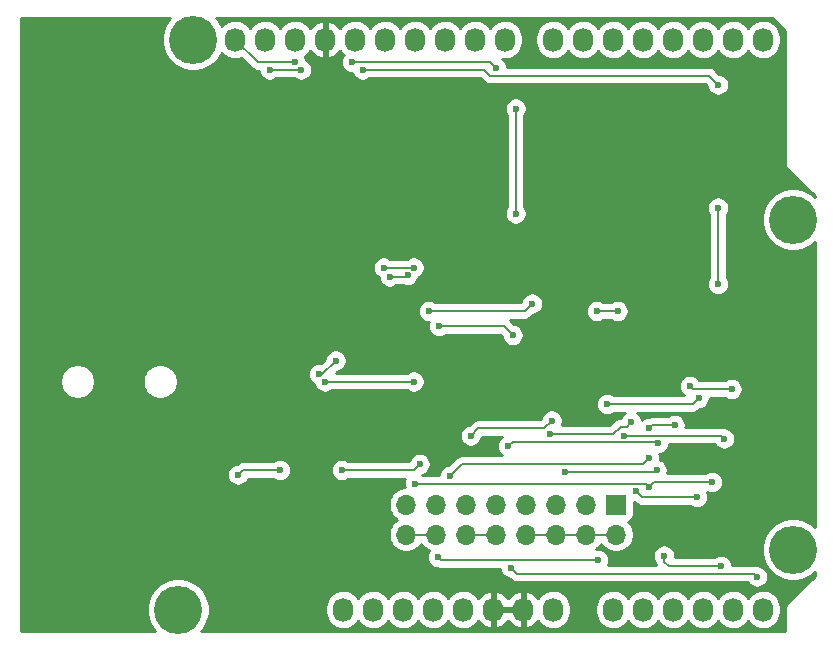
<source format=gbr>
G04 #@! TF.GenerationSoftware,KiCad,Pcbnew,(5.1.8)-1*
G04 #@! TF.CreationDate,2021-03-26T14:12:46-05:00*
G04 #@! TF.ProjectId,Shield,53686965-6c64-42e6-9b69-6361645f7063,rev?*
G04 #@! TF.SameCoordinates,Original*
G04 #@! TF.FileFunction,Copper,L2,Bot*
G04 #@! TF.FilePolarity,Positive*
%FSLAX46Y46*%
G04 Gerber Fmt 4.6, Leading zero omitted, Abs format (unit mm)*
G04 Created by KiCad (PCBNEW (5.1.8)-1) date 2021-03-26 14:12:46*
%MOMM*%
%LPD*%
G01*
G04 APERTURE LIST*
G04 #@! TA.AperFunction,ComponentPad*
%ADD10O,1.700000X1.700000*%
G04 #@! TD*
G04 #@! TA.AperFunction,ComponentPad*
%ADD11R,1.700000X1.700000*%
G04 #@! TD*
G04 #@! TA.AperFunction,ComponentPad*
%ADD12O,1.727200X2.032000*%
G04 #@! TD*
G04 #@! TA.AperFunction,ComponentPad*
%ADD13C,4.064000*%
G04 #@! TD*
G04 #@! TA.AperFunction,ViaPad*
%ADD14C,0.600000*%
G04 #@! TD*
G04 #@! TA.AperFunction,Conductor*
%ADD15C,0.200000*%
G04 #@! TD*
G04 #@! TA.AperFunction,Conductor*
%ADD16C,0.254000*%
G04 #@! TD*
G04 #@! TA.AperFunction,Conductor*
%ADD17C,0.100000*%
G04 #@! TD*
G04 APERTURE END LIST*
D10*
X144272000Y-117475000D03*
X144272000Y-114935000D03*
X146812000Y-117475000D03*
X146812000Y-114935000D03*
X149352000Y-117475000D03*
X149352000Y-114935000D03*
X151892000Y-117475000D03*
X151892000Y-114935000D03*
X154432000Y-117475000D03*
X154432000Y-114935000D03*
X156972000Y-117475000D03*
X156972000Y-114935000D03*
X159512000Y-117475000D03*
X159512000Y-114935000D03*
X162052000Y-117475000D03*
D11*
X162052000Y-114935000D03*
D12*
X138938000Y-123825000D03*
X141478000Y-123825000D03*
X144018000Y-123825000D03*
X146558000Y-123825000D03*
X149098000Y-123825000D03*
X151638000Y-123825000D03*
X154178000Y-123825000D03*
X156718000Y-123825000D03*
X161798000Y-123825000D03*
X164338000Y-123825000D03*
X166878000Y-123825000D03*
X169418000Y-123825000D03*
X171958000Y-123825000D03*
X174498000Y-123825000D03*
X129794000Y-75565000D03*
X132334000Y-75565000D03*
X134874000Y-75565000D03*
X137414000Y-75565000D03*
X139954000Y-75565000D03*
X142494000Y-75565000D03*
X145034000Y-75565000D03*
X147574000Y-75565000D03*
X150114000Y-75565000D03*
X152654000Y-75565000D03*
X156718000Y-75565000D03*
X159258000Y-75565000D03*
X161798000Y-75565000D03*
X164338000Y-75565000D03*
X166878000Y-75565000D03*
X169418000Y-75565000D03*
X171958000Y-75565000D03*
X174498000Y-75565000D03*
D13*
X124968000Y-123825000D03*
X177038000Y-118745000D03*
X126238000Y-75565000D03*
X177038000Y-90805000D03*
D14*
X136906000Y-103886000D03*
X138303000Y-102743000D03*
X136906000Y-100203000D03*
X130048000Y-100711000D03*
X133731000Y-109982000D03*
X132715000Y-109982000D03*
X146812000Y-97155000D03*
X139700000Y-97663000D03*
X148082000Y-89535000D03*
X153543000Y-97536000D03*
X123317000Y-118364000D03*
X128016000Y-117856000D03*
X116586000Y-110236000D03*
X115316000Y-110236000D03*
X114173000Y-110236000D03*
X164592000Y-98171000D03*
X162814000Y-96647000D03*
X169545000Y-110236000D03*
X172974000Y-109347000D03*
X172339000Y-97536000D03*
X162179000Y-103759000D03*
X160909000Y-101981000D03*
X135636000Y-106426000D03*
X170688000Y-106045000D03*
X147701000Y-107950000D03*
X149479000Y-108077000D03*
X160528000Y-119634000D03*
X146939000Y-119380000D03*
X164846000Y-113411000D03*
X170180000Y-113030000D03*
X145034000Y-113157000D03*
X157734000Y-112141000D03*
X165481000Y-112014000D03*
X160401000Y-98552000D03*
X162179000Y-98552000D03*
X156464000Y-108966000D03*
X163322000Y-107950000D03*
X168910000Y-114300000D03*
X163703000Y-113792000D03*
X167005000Y-108204000D03*
X164846000Y-108458000D03*
X166116000Y-119253000D03*
X170942000Y-120142000D03*
X147955000Y-112522000D03*
X164846000Y-110998000D03*
X132715000Y-78105000D03*
X135382000Y-78105000D03*
X140589000Y-78105000D03*
X170688000Y-79375000D03*
X170688000Y-89789000D03*
X170688000Y-96266000D03*
X146177000Y-98552000D03*
X154940000Y-97917000D03*
X153162000Y-120269000D03*
X173990000Y-121031000D03*
X153543000Y-90297000D03*
X153543000Y-81407000D03*
X151892000Y-77978000D03*
X139700000Y-77470000D03*
X134874000Y-77470000D03*
X147066000Y-99822000D03*
X153289000Y-100584000D03*
X149733000Y-109093000D03*
X156591000Y-107823000D03*
X152908000Y-109982000D03*
X165608000Y-109728000D03*
X171831000Y-105156000D03*
X168275000Y-104902000D03*
X162687000Y-109093000D03*
X171196000Y-109347000D03*
X169037000Y-105918000D03*
X161290000Y-106426000D03*
X142367000Y-94869000D03*
X144907000Y-94869000D03*
X145415000Y-111506000D03*
X138811000Y-112014000D03*
X133604000Y-112014000D03*
X130048000Y-112395000D03*
X142875000Y-95631000D03*
X144399000Y-95504000D03*
X137414000Y-104521000D03*
X144907000Y-104521000D03*
D15*
X137160000Y-103886000D02*
X138303000Y-102743000D01*
X136906000Y-103886000D02*
X137160000Y-103886000D01*
X144272000Y-117475000D02*
X146812000Y-117475000D01*
X147193000Y-119634000D02*
X146939000Y-119380000D01*
X160528000Y-119634000D02*
X147193000Y-119634000D01*
X165227000Y-113030000D02*
X170180000Y-113030000D01*
X164846000Y-113411000D02*
X165227000Y-113030000D01*
X164592000Y-113157000D02*
X164846000Y-113411000D01*
X145034000Y-113157000D02*
X164592000Y-113157000D01*
X165354000Y-112141000D02*
X165481000Y-112014000D01*
X157734000Y-112141000D02*
X165354000Y-112141000D01*
X160401000Y-98552000D02*
X162179000Y-98552000D01*
X156464000Y-108966000D02*
X161798000Y-108966000D01*
X161798000Y-108966000D02*
X162433000Y-108331000D01*
X162941000Y-108331000D02*
X163322000Y-107950000D01*
X162433000Y-108331000D02*
X162941000Y-108331000D01*
X164211000Y-114300000D02*
X163703000Y-113792000D01*
X168910000Y-114300000D02*
X164211000Y-114300000D01*
X165100000Y-108204000D02*
X164846000Y-108458000D01*
X167005000Y-108204000D02*
X165100000Y-108204000D01*
X166116000Y-119253000D02*
X166116000Y-119761000D01*
X166497000Y-120142000D02*
X170942000Y-120142000D01*
X166116000Y-119761000D02*
X166497000Y-120142000D01*
X147955000Y-112522000D02*
X148971000Y-111506000D01*
X164338000Y-111506000D02*
X164846000Y-110998000D01*
X148971000Y-111506000D02*
X164338000Y-111506000D01*
X132715000Y-78105000D02*
X135382000Y-78105000D01*
X140589000Y-78105000D02*
X150876000Y-78105000D01*
X150876000Y-78105000D02*
X151384000Y-78613000D01*
X169926000Y-78613000D02*
X170688000Y-79375000D01*
X151384000Y-78613000D02*
X169926000Y-78613000D01*
X170688000Y-89789000D02*
X170688000Y-96266000D01*
X149352000Y-117475000D02*
X151892000Y-117475000D01*
X146177000Y-98552000D02*
X154305000Y-98552000D01*
X154305000Y-98552000D02*
X154940000Y-97917000D01*
X153162000Y-120269000D02*
X153670000Y-120777000D01*
X173736000Y-120777000D02*
X173990000Y-121031000D01*
X153670000Y-120777000D02*
X173736000Y-120777000D01*
X153543000Y-90297000D02*
X153543000Y-81407000D01*
X151892000Y-77978000D02*
X151384000Y-77470000D01*
X151384000Y-77470000D02*
X139700000Y-77470000D01*
X131699000Y-77470000D02*
X129794000Y-75565000D01*
X134874000Y-77470000D02*
X131699000Y-77470000D01*
X152527000Y-99822000D02*
X153289000Y-100584000D01*
X147066000Y-99822000D02*
X152527000Y-99822000D01*
X149733000Y-109093000D02*
X150368000Y-108458000D01*
X155956000Y-108458000D02*
X156591000Y-107823000D01*
X150368000Y-108458000D02*
X155956000Y-108458000D01*
X152908000Y-109982000D02*
X153289000Y-109601000D01*
X165481000Y-109601000D02*
X165608000Y-109728000D01*
X153289000Y-109601000D02*
X165481000Y-109601000D01*
X168529000Y-105156000D02*
X168275000Y-104902000D01*
X171831000Y-105156000D02*
X168529000Y-105156000D01*
X170942000Y-109093000D02*
X171196000Y-109347000D01*
X162687000Y-109093000D02*
X170942000Y-109093000D01*
X168529000Y-106426000D02*
X161290000Y-106426000D01*
X169037000Y-105918000D02*
X168529000Y-106426000D01*
X154432000Y-117475000D02*
X156972000Y-117475000D01*
X159512000Y-117475000D02*
X162052000Y-117475000D01*
X156972000Y-117475000D02*
X159512000Y-117475000D01*
X142367000Y-94869000D02*
X144907000Y-94869000D01*
X145415000Y-111506000D02*
X144907000Y-112014000D01*
X144907000Y-112014000D02*
X138811000Y-112014000D01*
X130429000Y-112014000D02*
X130048000Y-112395000D01*
X133604000Y-112014000D02*
X130429000Y-112014000D01*
X144272000Y-95631000D02*
X144399000Y-95504000D01*
X142875000Y-95631000D02*
X144272000Y-95631000D01*
X137414000Y-104521000D02*
X144907000Y-104521000D01*
D16*
X124166406Y-73864887D02*
X123874536Y-74301702D01*
X123673492Y-74787065D01*
X123571000Y-75302323D01*
X123571000Y-75827677D01*
X123673492Y-76342935D01*
X123874536Y-76828298D01*
X124166406Y-77265113D01*
X124537887Y-77636594D01*
X124974702Y-77928464D01*
X125460065Y-78129508D01*
X125975323Y-78232000D01*
X126500677Y-78232000D01*
X127015935Y-78129508D01*
X127501298Y-77928464D01*
X127938113Y-77636594D01*
X128309594Y-77265113D01*
X128601464Y-76828298D01*
X128657001Y-76694219D01*
X128729203Y-76782197D01*
X128957395Y-76969469D01*
X129217737Y-77108625D01*
X129500224Y-77194316D01*
X129794000Y-77223251D01*
X130087777Y-77194316D01*
X130314956Y-77125402D01*
X131153746Y-77964193D01*
X131176762Y-77992238D01*
X131288680Y-78084087D01*
X131416367Y-78152337D01*
X131554915Y-78194365D01*
X131699000Y-78208556D01*
X131735105Y-78205000D01*
X131781574Y-78205000D01*
X131815932Y-78377729D01*
X131886414Y-78547889D01*
X131988738Y-78701028D01*
X132118972Y-78831262D01*
X132272111Y-78933586D01*
X132442271Y-79004068D01*
X132622911Y-79040000D01*
X132807089Y-79040000D01*
X132987729Y-79004068D01*
X133157889Y-78933586D01*
X133297951Y-78840000D01*
X134799049Y-78840000D01*
X134939111Y-78933586D01*
X135109271Y-79004068D01*
X135289911Y-79040000D01*
X135474089Y-79040000D01*
X135654729Y-79004068D01*
X135824889Y-78933586D01*
X135978028Y-78831262D01*
X136108262Y-78701028D01*
X136210586Y-78547889D01*
X136281068Y-78377729D01*
X136317000Y-78197089D01*
X136317000Y-78012911D01*
X136281068Y-77832271D01*
X136210586Y-77662111D01*
X136108262Y-77508972D01*
X135978028Y-77378738D01*
X135824889Y-77276414D01*
X135785571Y-77260128D01*
X135773068Y-77197271D01*
X135702586Y-77027111D01*
X135676317Y-76987797D01*
X135710606Y-76969469D01*
X135938797Y-76782197D01*
X136126069Y-76554006D01*
X136147424Y-76514053D01*
X136295514Y-76716729D01*
X136511965Y-76915733D01*
X136763081Y-77068686D01*
X137039211Y-77169709D01*
X137054974Y-77172358D01*
X137287000Y-77051217D01*
X137287000Y-75692000D01*
X137267000Y-75692000D01*
X137267000Y-75438000D01*
X137287000Y-75438000D01*
X137287000Y-74078783D01*
X137541000Y-74078783D01*
X137541000Y-75438000D01*
X137561000Y-75438000D01*
X137561000Y-75692000D01*
X137541000Y-75692000D01*
X137541000Y-77051217D01*
X137773026Y-77172358D01*
X137788789Y-77169709D01*
X138064919Y-77068686D01*
X138316035Y-76915733D01*
X138532486Y-76716729D01*
X138680576Y-76514053D01*
X138701931Y-76554006D01*
X138889203Y-76782197D01*
X138986041Y-76861669D01*
X138973738Y-76873972D01*
X138871414Y-77027111D01*
X138800932Y-77197271D01*
X138765000Y-77377911D01*
X138765000Y-77562089D01*
X138800932Y-77742729D01*
X138871414Y-77912889D01*
X138973738Y-78066028D01*
X139103972Y-78196262D01*
X139257111Y-78298586D01*
X139427271Y-78369068D01*
X139607911Y-78405000D01*
X139701228Y-78405000D01*
X139760414Y-78547889D01*
X139862738Y-78701028D01*
X139992972Y-78831262D01*
X140146111Y-78933586D01*
X140316271Y-79004068D01*
X140496911Y-79040000D01*
X140681089Y-79040000D01*
X140861729Y-79004068D01*
X141031889Y-78933586D01*
X141171951Y-78840000D01*
X150571554Y-78840000D01*
X150838746Y-79107192D01*
X150861762Y-79135238D01*
X150973680Y-79227087D01*
X151101367Y-79295337D01*
X151239915Y-79337365D01*
X151347895Y-79348000D01*
X151347904Y-79348000D01*
X151383999Y-79351555D01*
X151420094Y-79348000D01*
X169621554Y-79348000D01*
X169756068Y-79482515D01*
X169788932Y-79647729D01*
X169859414Y-79817889D01*
X169961738Y-79971028D01*
X170091972Y-80101262D01*
X170245111Y-80203586D01*
X170415271Y-80274068D01*
X170595911Y-80310000D01*
X170780089Y-80310000D01*
X170960729Y-80274068D01*
X171130889Y-80203586D01*
X171284028Y-80101262D01*
X171414262Y-79971028D01*
X171516586Y-79817889D01*
X171587068Y-79647729D01*
X171623000Y-79467089D01*
X171623000Y-79282911D01*
X171587068Y-79102271D01*
X171516586Y-78932111D01*
X171414262Y-78778972D01*
X171284028Y-78648738D01*
X171130889Y-78546414D01*
X170960729Y-78475932D01*
X170795515Y-78443068D01*
X170471258Y-78118812D01*
X170448238Y-78090762D01*
X170336320Y-77998913D01*
X170208633Y-77930663D01*
X170070085Y-77888635D01*
X169926000Y-77874444D01*
X169889895Y-77878000D01*
X152825426Y-77878000D01*
X152791068Y-77705271D01*
X152720586Y-77535111D01*
X152618262Y-77381972D01*
X152488028Y-77251738D01*
X152409328Y-77199152D01*
X152654000Y-77223251D01*
X152947777Y-77194316D01*
X153230264Y-77108625D01*
X153490606Y-76969469D01*
X153718797Y-76782197D01*
X153906069Y-76554006D01*
X154045225Y-76293663D01*
X154130916Y-76011176D01*
X154152600Y-75791018D01*
X154152600Y-75338982D01*
X155219400Y-75338982D01*
X155219400Y-75791019D01*
X155241084Y-76011177D01*
X155326775Y-76293664D01*
X155465931Y-76554006D01*
X155653203Y-76782197D01*
X155881395Y-76969469D01*
X156141737Y-77108625D01*
X156424224Y-77194316D01*
X156718000Y-77223251D01*
X157011777Y-77194316D01*
X157294264Y-77108625D01*
X157554606Y-76969469D01*
X157782797Y-76782197D01*
X157970069Y-76554006D01*
X157988000Y-76520459D01*
X158005931Y-76554006D01*
X158193203Y-76782197D01*
X158421395Y-76969469D01*
X158681737Y-77108625D01*
X158964224Y-77194316D01*
X159258000Y-77223251D01*
X159551777Y-77194316D01*
X159834264Y-77108625D01*
X160094606Y-76969469D01*
X160322797Y-76782197D01*
X160510069Y-76554006D01*
X160528000Y-76520459D01*
X160545931Y-76554006D01*
X160733203Y-76782197D01*
X160961395Y-76969469D01*
X161221737Y-77108625D01*
X161504224Y-77194316D01*
X161798000Y-77223251D01*
X162091777Y-77194316D01*
X162374264Y-77108625D01*
X162634606Y-76969469D01*
X162862797Y-76782197D01*
X163050069Y-76554006D01*
X163068000Y-76520459D01*
X163085931Y-76554006D01*
X163273203Y-76782197D01*
X163501395Y-76969469D01*
X163761737Y-77108625D01*
X164044224Y-77194316D01*
X164338000Y-77223251D01*
X164631777Y-77194316D01*
X164914264Y-77108625D01*
X165174606Y-76969469D01*
X165402797Y-76782197D01*
X165590069Y-76554006D01*
X165608000Y-76520459D01*
X165625931Y-76554006D01*
X165813203Y-76782197D01*
X166041395Y-76969469D01*
X166301737Y-77108625D01*
X166584224Y-77194316D01*
X166878000Y-77223251D01*
X167171777Y-77194316D01*
X167454264Y-77108625D01*
X167714606Y-76969469D01*
X167942797Y-76782197D01*
X168130069Y-76554006D01*
X168148000Y-76520459D01*
X168165931Y-76554006D01*
X168353203Y-76782197D01*
X168581395Y-76969469D01*
X168841737Y-77108625D01*
X169124224Y-77194316D01*
X169418000Y-77223251D01*
X169711777Y-77194316D01*
X169994264Y-77108625D01*
X170254606Y-76969469D01*
X170482797Y-76782197D01*
X170670069Y-76554006D01*
X170688000Y-76520459D01*
X170705931Y-76554006D01*
X170893203Y-76782197D01*
X171121395Y-76969469D01*
X171381737Y-77108625D01*
X171664224Y-77194316D01*
X171958000Y-77223251D01*
X172251777Y-77194316D01*
X172534264Y-77108625D01*
X172794606Y-76969469D01*
X173022797Y-76782197D01*
X173210069Y-76554006D01*
X173228000Y-76520459D01*
X173245931Y-76554006D01*
X173433203Y-76782197D01*
X173661395Y-76969469D01*
X173921737Y-77108625D01*
X174204224Y-77194316D01*
X174498000Y-77223251D01*
X174791777Y-77194316D01*
X175074264Y-77108625D01*
X175334606Y-76969469D01*
X175562797Y-76782197D01*
X175750069Y-76554006D01*
X175889225Y-76293663D01*
X175974916Y-76011176D01*
X175996600Y-75791018D01*
X175996600Y-75338981D01*
X175974916Y-75118823D01*
X175889225Y-74836336D01*
X175750069Y-74575994D01*
X175562797Y-74347803D01*
X175334605Y-74160531D01*
X175074263Y-74021375D01*
X174791776Y-73935684D01*
X174498000Y-73906749D01*
X174204223Y-73935684D01*
X173921736Y-74021375D01*
X173661394Y-74160531D01*
X173433203Y-74347803D01*
X173245931Y-74575995D01*
X173228000Y-74609541D01*
X173210069Y-74575994D01*
X173022797Y-74347803D01*
X172794605Y-74160531D01*
X172534263Y-74021375D01*
X172251776Y-73935684D01*
X171958000Y-73906749D01*
X171664223Y-73935684D01*
X171381736Y-74021375D01*
X171121394Y-74160531D01*
X170893203Y-74347803D01*
X170705931Y-74575995D01*
X170688000Y-74609541D01*
X170670069Y-74575994D01*
X170482797Y-74347803D01*
X170254605Y-74160531D01*
X169994263Y-74021375D01*
X169711776Y-73935684D01*
X169418000Y-73906749D01*
X169124223Y-73935684D01*
X168841736Y-74021375D01*
X168581394Y-74160531D01*
X168353203Y-74347803D01*
X168165931Y-74575995D01*
X168148000Y-74609541D01*
X168130069Y-74575994D01*
X167942797Y-74347803D01*
X167714605Y-74160531D01*
X167454263Y-74021375D01*
X167171776Y-73935684D01*
X166878000Y-73906749D01*
X166584223Y-73935684D01*
X166301736Y-74021375D01*
X166041394Y-74160531D01*
X165813203Y-74347803D01*
X165625931Y-74575995D01*
X165608000Y-74609541D01*
X165590069Y-74575994D01*
X165402797Y-74347803D01*
X165174605Y-74160531D01*
X164914263Y-74021375D01*
X164631776Y-73935684D01*
X164338000Y-73906749D01*
X164044223Y-73935684D01*
X163761736Y-74021375D01*
X163501394Y-74160531D01*
X163273203Y-74347803D01*
X163085931Y-74575995D01*
X163068000Y-74609541D01*
X163050069Y-74575994D01*
X162862797Y-74347803D01*
X162634605Y-74160531D01*
X162374263Y-74021375D01*
X162091776Y-73935684D01*
X161798000Y-73906749D01*
X161504223Y-73935684D01*
X161221736Y-74021375D01*
X160961394Y-74160531D01*
X160733203Y-74347803D01*
X160545931Y-74575995D01*
X160528000Y-74609541D01*
X160510069Y-74575994D01*
X160322797Y-74347803D01*
X160094605Y-74160531D01*
X159834263Y-74021375D01*
X159551776Y-73935684D01*
X159258000Y-73906749D01*
X158964223Y-73935684D01*
X158681736Y-74021375D01*
X158421394Y-74160531D01*
X158193203Y-74347803D01*
X158005931Y-74575995D01*
X157988000Y-74609541D01*
X157970069Y-74575994D01*
X157782797Y-74347803D01*
X157554605Y-74160531D01*
X157294263Y-74021375D01*
X157011776Y-73935684D01*
X156718000Y-73906749D01*
X156424223Y-73935684D01*
X156141736Y-74021375D01*
X155881394Y-74160531D01*
X155653203Y-74347803D01*
X155465931Y-74575995D01*
X155326775Y-74836337D01*
X155241084Y-75118824D01*
X155219400Y-75338982D01*
X154152600Y-75338982D01*
X154152600Y-75338981D01*
X154130916Y-75118823D01*
X154045225Y-74836336D01*
X153906069Y-74575994D01*
X153718797Y-74347803D01*
X153490605Y-74160531D01*
X153230263Y-74021375D01*
X152947776Y-73935684D01*
X152654000Y-73906749D01*
X152360223Y-73935684D01*
X152077736Y-74021375D01*
X151817394Y-74160531D01*
X151589203Y-74347803D01*
X151401931Y-74575995D01*
X151384000Y-74609541D01*
X151366069Y-74575994D01*
X151178797Y-74347803D01*
X150950605Y-74160531D01*
X150690263Y-74021375D01*
X150407776Y-73935684D01*
X150114000Y-73906749D01*
X149820223Y-73935684D01*
X149537736Y-74021375D01*
X149277394Y-74160531D01*
X149049203Y-74347803D01*
X148861931Y-74575995D01*
X148844000Y-74609541D01*
X148826069Y-74575994D01*
X148638797Y-74347803D01*
X148410605Y-74160531D01*
X148150263Y-74021375D01*
X147867776Y-73935684D01*
X147574000Y-73906749D01*
X147280223Y-73935684D01*
X146997736Y-74021375D01*
X146737394Y-74160531D01*
X146509203Y-74347803D01*
X146321931Y-74575995D01*
X146304000Y-74609541D01*
X146286069Y-74575994D01*
X146098797Y-74347803D01*
X145870605Y-74160531D01*
X145610263Y-74021375D01*
X145327776Y-73935684D01*
X145034000Y-73906749D01*
X144740223Y-73935684D01*
X144457736Y-74021375D01*
X144197394Y-74160531D01*
X143969203Y-74347803D01*
X143781931Y-74575995D01*
X143764000Y-74609541D01*
X143746069Y-74575994D01*
X143558797Y-74347803D01*
X143330605Y-74160531D01*
X143070263Y-74021375D01*
X142787776Y-73935684D01*
X142494000Y-73906749D01*
X142200223Y-73935684D01*
X141917736Y-74021375D01*
X141657394Y-74160531D01*
X141429203Y-74347803D01*
X141241931Y-74575995D01*
X141224000Y-74609541D01*
X141206069Y-74575994D01*
X141018797Y-74347803D01*
X140790605Y-74160531D01*
X140530263Y-74021375D01*
X140247776Y-73935684D01*
X139954000Y-73906749D01*
X139660223Y-73935684D01*
X139377736Y-74021375D01*
X139117394Y-74160531D01*
X138889203Y-74347803D01*
X138701931Y-74575995D01*
X138680576Y-74615947D01*
X138532486Y-74413271D01*
X138316035Y-74214267D01*
X138064919Y-74061314D01*
X137788789Y-73960291D01*
X137773026Y-73957642D01*
X137541000Y-74078783D01*
X137287000Y-74078783D01*
X137054974Y-73957642D01*
X137039211Y-73960291D01*
X136763081Y-74061314D01*
X136511965Y-74214267D01*
X136295514Y-74413271D01*
X136147424Y-74615947D01*
X136126069Y-74575994D01*
X135938797Y-74347803D01*
X135710605Y-74160531D01*
X135450263Y-74021375D01*
X135167776Y-73935684D01*
X134874000Y-73906749D01*
X134580223Y-73935684D01*
X134297736Y-74021375D01*
X134037394Y-74160531D01*
X133809203Y-74347803D01*
X133621931Y-74575995D01*
X133604000Y-74609541D01*
X133586069Y-74575994D01*
X133398797Y-74347803D01*
X133170605Y-74160531D01*
X132910263Y-74021375D01*
X132627776Y-73935684D01*
X132334000Y-73906749D01*
X132040223Y-73935684D01*
X131757736Y-74021375D01*
X131497394Y-74160531D01*
X131269203Y-74347803D01*
X131081931Y-74575995D01*
X131064000Y-74609541D01*
X131046069Y-74575994D01*
X130858797Y-74347803D01*
X130630605Y-74160531D01*
X130370263Y-74021375D01*
X130087776Y-73935684D01*
X129794000Y-73906749D01*
X129500223Y-73935684D01*
X129217736Y-74021375D01*
X128957394Y-74160531D01*
X128729203Y-74347803D01*
X128657001Y-74435781D01*
X128601464Y-74301702D01*
X128309594Y-73864887D01*
X128179707Y-73735000D01*
X175219909Y-73735000D01*
X176328001Y-74843093D01*
X176328000Y-85944125D01*
X176324565Y-85979000D01*
X176328000Y-86013875D01*
X176328000Y-86013876D01*
X176338273Y-86118183D01*
X176378872Y-86252019D01*
X176444800Y-86375362D01*
X176533525Y-86483474D01*
X176560617Y-86505708D01*
X178868001Y-88813093D01*
X178868001Y-88863294D01*
X178738113Y-88733406D01*
X178301298Y-88441536D01*
X177815935Y-88240492D01*
X177300677Y-88138000D01*
X176775323Y-88138000D01*
X176260065Y-88240492D01*
X175774702Y-88441536D01*
X175337887Y-88733406D01*
X174966406Y-89104887D01*
X174674536Y-89541702D01*
X174473492Y-90027065D01*
X174371000Y-90542323D01*
X174371000Y-91067677D01*
X174473492Y-91582935D01*
X174674536Y-92068298D01*
X174966406Y-92505113D01*
X175337887Y-92876594D01*
X175774702Y-93168464D01*
X176260065Y-93369508D01*
X176775323Y-93472000D01*
X177300677Y-93472000D01*
X177815935Y-93369508D01*
X178301298Y-93168464D01*
X178738113Y-92876594D01*
X178868001Y-92746706D01*
X178868000Y-116803293D01*
X178738113Y-116673406D01*
X178301298Y-116381536D01*
X177815935Y-116180492D01*
X177300677Y-116078000D01*
X176775323Y-116078000D01*
X176260065Y-116180492D01*
X175774702Y-116381536D01*
X175337887Y-116673406D01*
X174966406Y-117044887D01*
X174674536Y-117481702D01*
X174473492Y-117967065D01*
X174371000Y-118482323D01*
X174371000Y-119007677D01*
X174473492Y-119522935D01*
X174674536Y-120008298D01*
X174966406Y-120445113D01*
X175337887Y-120816594D01*
X175774702Y-121108464D01*
X176260065Y-121309508D01*
X176775323Y-121412000D01*
X177300677Y-121412000D01*
X177815935Y-121309508D01*
X178301298Y-121108464D01*
X178738113Y-120816594D01*
X178868000Y-120686707D01*
X178868000Y-120990908D01*
X176560617Y-123298292D01*
X176533526Y-123320525D01*
X176511293Y-123347616D01*
X176444801Y-123428637D01*
X176378872Y-123551981D01*
X176338274Y-123685816D01*
X176324565Y-123825000D01*
X176328001Y-123859885D01*
X176328000Y-125655000D01*
X126909707Y-125655000D01*
X127039594Y-125525113D01*
X127331464Y-125088298D01*
X127532508Y-124602935D01*
X127635000Y-124087677D01*
X127635000Y-123598982D01*
X137439400Y-123598982D01*
X137439400Y-124051019D01*
X137461084Y-124271177D01*
X137546775Y-124553664D01*
X137685931Y-124814006D01*
X137873203Y-125042197D01*
X138101395Y-125229469D01*
X138361737Y-125368625D01*
X138644224Y-125454316D01*
X138938000Y-125483251D01*
X139231777Y-125454316D01*
X139514264Y-125368625D01*
X139774606Y-125229469D01*
X140002797Y-125042197D01*
X140190069Y-124814006D01*
X140208000Y-124780459D01*
X140225931Y-124814006D01*
X140413203Y-125042197D01*
X140641395Y-125229469D01*
X140901737Y-125368625D01*
X141184224Y-125454316D01*
X141478000Y-125483251D01*
X141771777Y-125454316D01*
X142054264Y-125368625D01*
X142314606Y-125229469D01*
X142542797Y-125042197D01*
X142730069Y-124814006D01*
X142748000Y-124780459D01*
X142765931Y-124814006D01*
X142953203Y-125042197D01*
X143181395Y-125229469D01*
X143441737Y-125368625D01*
X143724224Y-125454316D01*
X144018000Y-125483251D01*
X144311777Y-125454316D01*
X144594264Y-125368625D01*
X144854606Y-125229469D01*
X145082797Y-125042197D01*
X145270069Y-124814006D01*
X145288000Y-124780459D01*
X145305931Y-124814006D01*
X145493203Y-125042197D01*
X145721395Y-125229469D01*
X145981737Y-125368625D01*
X146264224Y-125454316D01*
X146558000Y-125483251D01*
X146851777Y-125454316D01*
X147134264Y-125368625D01*
X147394606Y-125229469D01*
X147622797Y-125042197D01*
X147810069Y-124814006D01*
X147828000Y-124780459D01*
X147845931Y-124814006D01*
X148033203Y-125042197D01*
X148261395Y-125229469D01*
X148521737Y-125368625D01*
X148804224Y-125454316D01*
X149098000Y-125483251D01*
X149391777Y-125454316D01*
X149674264Y-125368625D01*
X149934606Y-125229469D01*
X150162797Y-125042197D01*
X150350069Y-124814006D01*
X150371424Y-124774053D01*
X150519514Y-124976729D01*
X150735965Y-125175733D01*
X150987081Y-125328686D01*
X151263211Y-125429709D01*
X151278974Y-125432358D01*
X151511000Y-125311217D01*
X151511000Y-123952000D01*
X151765000Y-123952000D01*
X151765000Y-125311217D01*
X151997026Y-125432358D01*
X152012789Y-125429709D01*
X152288919Y-125328686D01*
X152540035Y-125175733D01*
X152756486Y-124976729D01*
X152908000Y-124769367D01*
X153059514Y-124976729D01*
X153275965Y-125175733D01*
X153527081Y-125328686D01*
X153803211Y-125429709D01*
X153818974Y-125432358D01*
X154051000Y-125311217D01*
X154051000Y-123952000D01*
X151765000Y-123952000D01*
X151511000Y-123952000D01*
X151491000Y-123952000D01*
X151491000Y-123698000D01*
X151511000Y-123698000D01*
X151511000Y-122338783D01*
X151765000Y-122338783D01*
X151765000Y-123698000D01*
X154051000Y-123698000D01*
X154051000Y-122338783D01*
X154305000Y-122338783D01*
X154305000Y-123698000D01*
X154325000Y-123698000D01*
X154325000Y-123952000D01*
X154305000Y-123952000D01*
X154305000Y-125311217D01*
X154537026Y-125432358D01*
X154552789Y-125429709D01*
X154828919Y-125328686D01*
X155080035Y-125175733D01*
X155296486Y-124976729D01*
X155444576Y-124774053D01*
X155465931Y-124814006D01*
X155653203Y-125042197D01*
X155881395Y-125229469D01*
X156141737Y-125368625D01*
X156424224Y-125454316D01*
X156718000Y-125483251D01*
X157011777Y-125454316D01*
X157294264Y-125368625D01*
X157554606Y-125229469D01*
X157782797Y-125042197D01*
X157970069Y-124814006D01*
X158109225Y-124553663D01*
X158194916Y-124271176D01*
X158216600Y-124051018D01*
X158216600Y-123598982D01*
X160299400Y-123598982D01*
X160299400Y-124051019D01*
X160321084Y-124271177D01*
X160406775Y-124553664D01*
X160545931Y-124814006D01*
X160733203Y-125042197D01*
X160961395Y-125229469D01*
X161221737Y-125368625D01*
X161504224Y-125454316D01*
X161798000Y-125483251D01*
X162091777Y-125454316D01*
X162374264Y-125368625D01*
X162634606Y-125229469D01*
X162862797Y-125042197D01*
X163050069Y-124814006D01*
X163068000Y-124780459D01*
X163085931Y-124814006D01*
X163273203Y-125042197D01*
X163501395Y-125229469D01*
X163761737Y-125368625D01*
X164044224Y-125454316D01*
X164338000Y-125483251D01*
X164631777Y-125454316D01*
X164914264Y-125368625D01*
X165174606Y-125229469D01*
X165402797Y-125042197D01*
X165590069Y-124814006D01*
X165608000Y-124780459D01*
X165625931Y-124814006D01*
X165813203Y-125042197D01*
X166041395Y-125229469D01*
X166301737Y-125368625D01*
X166584224Y-125454316D01*
X166878000Y-125483251D01*
X167171777Y-125454316D01*
X167454264Y-125368625D01*
X167714606Y-125229469D01*
X167942797Y-125042197D01*
X168130069Y-124814006D01*
X168148000Y-124780459D01*
X168165931Y-124814006D01*
X168353203Y-125042197D01*
X168581395Y-125229469D01*
X168841737Y-125368625D01*
X169124224Y-125454316D01*
X169418000Y-125483251D01*
X169711777Y-125454316D01*
X169994264Y-125368625D01*
X170254606Y-125229469D01*
X170482797Y-125042197D01*
X170670069Y-124814006D01*
X170688000Y-124780459D01*
X170705931Y-124814006D01*
X170893203Y-125042197D01*
X171121395Y-125229469D01*
X171381737Y-125368625D01*
X171664224Y-125454316D01*
X171958000Y-125483251D01*
X172251777Y-125454316D01*
X172534264Y-125368625D01*
X172794606Y-125229469D01*
X173022797Y-125042197D01*
X173210069Y-124814006D01*
X173228000Y-124780459D01*
X173245931Y-124814006D01*
X173433203Y-125042197D01*
X173661395Y-125229469D01*
X173921737Y-125368625D01*
X174204224Y-125454316D01*
X174498000Y-125483251D01*
X174791777Y-125454316D01*
X175074264Y-125368625D01*
X175334606Y-125229469D01*
X175562797Y-125042197D01*
X175750069Y-124814006D01*
X175889225Y-124553663D01*
X175974916Y-124271176D01*
X175996600Y-124051018D01*
X175996600Y-123598981D01*
X175974916Y-123378823D01*
X175889225Y-123096336D01*
X175750069Y-122835994D01*
X175562797Y-122607803D01*
X175334605Y-122420531D01*
X175074263Y-122281375D01*
X174791776Y-122195684D01*
X174498000Y-122166749D01*
X174204223Y-122195684D01*
X173921736Y-122281375D01*
X173661394Y-122420531D01*
X173433203Y-122607803D01*
X173245931Y-122835995D01*
X173228000Y-122869541D01*
X173210069Y-122835994D01*
X173022797Y-122607803D01*
X172794605Y-122420531D01*
X172534263Y-122281375D01*
X172251776Y-122195684D01*
X171958000Y-122166749D01*
X171664223Y-122195684D01*
X171381736Y-122281375D01*
X171121394Y-122420531D01*
X170893203Y-122607803D01*
X170705931Y-122835995D01*
X170688000Y-122869541D01*
X170670069Y-122835994D01*
X170482797Y-122607803D01*
X170254605Y-122420531D01*
X169994263Y-122281375D01*
X169711776Y-122195684D01*
X169418000Y-122166749D01*
X169124223Y-122195684D01*
X168841736Y-122281375D01*
X168581394Y-122420531D01*
X168353203Y-122607803D01*
X168165931Y-122835995D01*
X168148000Y-122869541D01*
X168130069Y-122835994D01*
X167942797Y-122607803D01*
X167714605Y-122420531D01*
X167454263Y-122281375D01*
X167171776Y-122195684D01*
X166878000Y-122166749D01*
X166584223Y-122195684D01*
X166301736Y-122281375D01*
X166041394Y-122420531D01*
X165813203Y-122607803D01*
X165625931Y-122835995D01*
X165608000Y-122869541D01*
X165590069Y-122835994D01*
X165402797Y-122607803D01*
X165174605Y-122420531D01*
X164914263Y-122281375D01*
X164631776Y-122195684D01*
X164338000Y-122166749D01*
X164044223Y-122195684D01*
X163761736Y-122281375D01*
X163501394Y-122420531D01*
X163273203Y-122607803D01*
X163085931Y-122835995D01*
X163068000Y-122869541D01*
X163050069Y-122835994D01*
X162862797Y-122607803D01*
X162634605Y-122420531D01*
X162374263Y-122281375D01*
X162091776Y-122195684D01*
X161798000Y-122166749D01*
X161504223Y-122195684D01*
X161221736Y-122281375D01*
X160961394Y-122420531D01*
X160733203Y-122607803D01*
X160545931Y-122835995D01*
X160406775Y-123096337D01*
X160321084Y-123378824D01*
X160299400Y-123598982D01*
X158216600Y-123598982D01*
X158216600Y-123598981D01*
X158194916Y-123378823D01*
X158109225Y-123096336D01*
X157970069Y-122835994D01*
X157782797Y-122607803D01*
X157554605Y-122420531D01*
X157294263Y-122281375D01*
X157011776Y-122195684D01*
X156718000Y-122166749D01*
X156424223Y-122195684D01*
X156141736Y-122281375D01*
X155881394Y-122420531D01*
X155653203Y-122607803D01*
X155465931Y-122835995D01*
X155444576Y-122875947D01*
X155296486Y-122673271D01*
X155080035Y-122474267D01*
X154828919Y-122321314D01*
X154552789Y-122220291D01*
X154537026Y-122217642D01*
X154305000Y-122338783D01*
X154051000Y-122338783D01*
X153818974Y-122217642D01*
X153803211Y-122220291D01*
X153527081Y-122321314D01*
X153275965Y-122474267D01*
X153059514Y-122673271D01*
X152908000Y-122880633D01*
X152756486Y-122673271D01*
X152540035Y-122474267D01*
X152288919Y-122321314D01*
X152012789Y-122220291D01*
X151997026Y-122217642D01*
X151765000Y-122338783D01*
X151511000Y-122338783D01*
X151278974Y-122217642D01*
X151263211Y-122220291D01*
X150987081Y-122321314D01*
X150735965Y-122474267D01*
X150519514Y-122673271D01*
X150371424Y-122875947D01*
X150350069Y-122835994D01*
X150162797Y-122607803D01*
X149934605Y-122420531D01*
X149674263Y-122281375D01*
X149391776Y-122195684D01*
X149098000Y-122166749D01*
X148804223Y-122195684D01*
X148521736Y-122281375D01*
X148261394Y-122420531D01*
X148033203Y-122607803D01*
X147845931Y-122835995D01*
X147828000Y-122869541D01*
X147810069Y-122835994D01*
X147622797Y-122607803D01*
X147394605Y-122420531D01*
X147134263Y-122281375D01*
X146851776Y-122195684D01*
X146558000Y-122166749D01*
X146264223Y-122195684D01*
X145981736Y-122281375D01*
X145721394Y-122420531D01*
X145493203Y-122607803D01*
X145305931Y-122835995D01*
X145288000Y-122869541D01*
X145270069Y-122835994D01*
X145082797Y-122607803D01*
X144854605Y-122420531D01*
X144594263Y-122281375D01*
X144311776Y-122195684D01*
X144018000Y-122166749D01*
X143724223Y-122195684D01*
X143441736Y-122281375D01*
X143181394Y-122420531D01*
X142953203Y-122607803D01*
X142765931Y-122835995D01*
X142748000Y-122869541D01*
X142730069Y-122835994D01*
X142542797Y-122607803D01*
X142314605Y-122420531D01*
X142054263Y-122281375D01*
X141771776Y-122195684D01*
X141478000Y-122166749D01*
X141184223Y-122195684D01*
X140901736Y-122281375D01*
X140641394Y-122420531D01*
X140413203Y-122607803D01*
X140225931Y-122835995D01*
X140208000Y-122869541D01*
X140190069Y-122835994D01*
X140002797Y-122607803D01*
X139774605Y-122420531D01*
X139514263Y-122281375D01*
X139231776Y-122195684D01*
X138938000Y-122166749D01*
X138644223Y-122195684D01*
X138361736Y-122281375D01*
X138101394Y-122420531D01*
X137873203Y-122607803D01*
X137685931Y-122835995D01*
X137546775Y-123096337D01*
X137461084Y-123378824D01*
X137439400Y-123598982D01*
X127635000Y-123598982D01*
X127635000Y-123562323D01*
X127532508Y-123047065D01*
X127331464Y-122561702D01*
X127039594Y-122124887D01*
X126668113Y-121753406D01*
X126231298Y-121461536D01*
X125745935Y-121260492D01*
X125230677Y-121158000D01*
X124705323Y-121158000D01*
X124190065Y-121260492D01*
X123704702Y-121461536D01*
X123267887Y-121753406D01*
X122896406Y-122124887D01*
X122604536Y-122561702D01*
X122403492Y-123047065D01*
X122301000Y-123562323D01*
X122301000Y-124087677D01*
X122403492Y-124602935D01*
X122604536Y-125088298D01*
X122896406Y-125525113D01*
X123026293Y-125655000D01*
X111708000Y-125655000D01*
X111708000Y-112302911D01*
X129113000Y-112302911D01*
X129113000Y-112487089D01*
X129148932Y-112667729D01*
X129219414Y-112837889D01*
X129321738Y-112991028D01*
X129451972Y-113121262D01*
X129605111Y-113223586D01*
X129775271Y-113294068D01*
X129955911Y-113330000D01*
X130140089Y-113330000D01*
X130320729Y-113294068D01*
X130490889Y-113223586D01*
X130644028Y-113121262D01*
X130774262Y-112991028D01*
X130876586Y-112837889D01*
X130913405Y-112749000D01*
X133021049Y-112749000D01*
X133161111Y-112842586D01*
X133331271Y-112913068D01*
X133511911Y-112949000D01*
X133696089Y-112949000D01*
X133876729Y-112913068D01*
X134046889Y-112842586D01*
X134200028Y-112740262D01*
X134330262Y-112610028D01*
X134432586Y-112456889D01*
X134503068Y-112286729D01*
X134539000Y-112106089D01*
X134539000Y-111921911D01*
X137876000Y-111921911D01*
X137876000Y-112106089D01*
X137911932Y-112286729D01*
X137982414Y-112456889D01*
X138084738Y-112610028D01*
X138214972Y-112740262D01*
X138368111Y-112842586D01*
X138538271Y-112913068D01*
X138718911Y-112949000D01*
X138903089Y-112949000D01*
X139083729Y-112913068D01*
X139253889Y-112842586D01*
X139393951Y-112749000D01*
X144190963Y-112749000D01*
X144134932Y-112884271D01*
X144099000Y-113064911D01*
X144099000Y-113249089D01*
X144134932Y-113429729D01*
X144143328Y-113450000D01*
X144125740Y-113450000D01*
X143838842Y-113507068D01*
X143568589Y-113619010D01*
X143325368Y-113781525D01*
X143118525Y-113988368D01*
X142956010Y-114231589D01*
X142844068Y-114501842D01*
X142787000Y-114788740D01*
X142787000Y-115081260D01*
X142844068Y-115368158D01*
X142956010Y-115638411D01*
X143118525Y-115881632D01*
X143325368Y-116088475D01*
X143499760Y-116205000D01*
X143325368Y-116321525D01*
X143118525Y-116528368D01*
X142956010Y-116771589D01*
X142844068Y-117041842D01*
X142787000Y-117328740D01*
X142787000Y-117621260D01*
X142844068Y-117908158D01*
X142956010Y-118178411D01*
X143118525Y-118421632D01*
X143325368Y-118628475D01*
X143568589Y-118790990D01*
X143838842Y-118902932D01*
X144125740Y-118960000D01*
X144418260Y-118960000D01*
X144705158Y-118902932D01*
X144975411Y-118790990D01*
X145218632Y-118628475D01*
X145425475Y-118421632D01*
X145542000Y-118247240D01*
X145658525Y-118421632D01*
X145865368Y-118628475D01*
X146108589Y-118790990D01*
X146186489Y-118823257D01*
X146110414Y-118937111D01*
X146039932Y-119107271D01*
X146004000Y-119287911D01*
X146004000Y-119472089D01*
X146039932Y-119652729D01*
X146110414Y-119822889D01*
X146212738Y-119976028D01*
X146342972Y-120106262D01*
X146496111Y-120208586D01*
X146666271Y-120279068D01*
X146846911Y-120315000D01*
X146907866Y-120315000D01*
X146910367Y-120316337D01*
X147048915Y-120358365D01*
X147156895Y-120369000D01*
X147156904Y-120369000D01*
X147192999Y-120372555D01*
X147229094Y-120369000D01*
X152228574Y-120369000D01*
X152262932Y-120541729D01*
X152333414Y-120711889D01*
X152435738Y-120865028D01*
X152565972Y-120995262D01*
X152719111Y-121097586D01*
X152889271Y-121168068D01*
X153054485Y-121200931D01*
X153124746Y-121271192D01*
X153147762Y-121299238D01*
X153259680Y-121391087D01*
X153387367Y-121459337D01*
X153525915Y-121501365D01*
X153633895Y-121512000D01*
X153633904Y-121512000D01*
X153669999Y-121515555D01*
X153706094Y-121512000D01*
X173186879Y-121512000D01*
X173263738Y-121627028D01*
X173393972Y-121757262D01*
X173547111Y-121859586D01*
X173717271Y-121930068D01*
X173897911Y-121966000D01*
X174082089Y-121966000D01*
X174262729Y-121930068D01*
X174432889Y-121859586D01*
X174586028Y-121757262D01*
X174716262Y-121627028D01*
X174818586Y-121473889D01*
X174889068Y-121303729D01*
X174925000Y-121123089D01*
X174925000Y-120938911D01*
X174889068Y-120758271D01*
X174818586Y-120588111D01*
X174716262Y-120434972D01*
X174586028Y-120304738D01*
X174432889Y-120202414D01*
X174262729Y-120131932D01*
X174082089Y-120096000D01*
X174021134Y-120096000D01*
X174018633Y-120094663D01*
X173880085Y-120052635D01*
X173880084Y-120052635D01*
X173736000Y-120038444D01*
X173699895Y-120042000D01*
X171875426Y-120042000D01*
X171841068Y-119869271D01*
X171770586Y-119699111D01*
X171668262Y-119545972D01*
X171538028Y-119415738D01*
X171384889Y-119313414D01*
X171214729Y-119242932D01*
X171034089Y-119207000D01*
X170849911Y-119207000D01*
X170669271Y-119242932D01*
X170499111Y-119313414D01*
X170359049Y-119407000D01*
X167038685Y-119407000D01*
X167051000Y-119345089D01*
X167051000Y-119160911D01*
X167015068Y-118980271D01*
X166944586Y-118810111D01*
X166842262Y-118656972D01*
X166712028Y-118526738D01*
X166558889Y-118424414D01*
X166388729Y-118353932D01*
X166208089Y-118318000D01*
X166023911Y-118318000D01*
X165843271Y-118353932D01*
X165673111Y-118424414D01*
X165519972Y-118526738D01*
X165389738Y-118656972D01*
X165287414Y-118810111D01*
X165216932Y-118980271D01*
X165181000Y-119160911D01*
X165181000Y-119345089D01*
X165216932Y-119525729D01*
X165287414Y-119695889D01*
X165385487Y-119842666D01*
X165391635Y-119905085D01*
X165433168Y-120042000D01*
X161371037Y-120042000D01*
X161427068Y-119906729D01*
X161463000Y-119726089D01*
X161463000Y-119541911D01*
X161427068Y-119361271D01*
X161356586Y-119191111D01*
X161254262Y-119037972D01*
X161124028Y-118907738D01*
X160970889Y-118805414D01*
X160800729Y-118734932D01*
X160620089Y-118699000D01*
X160435911Y-118699000D01*
X160317974Y-118722459D01*
X160458632Y-118628475D01*
X160665475Y-118421632D01*
X160782000Y-118247240D01*
X160898525Y-118421632D01*
X161105368Y-118628475D01*
X161348589Y-118790990D01*
X161618842Y-118902932D01*
X161905740Y-118960000D01*
X162198260Y-118960000D01*
X162485158Y-118902932D01*
X162755411Y-118790990D01*
X162998632Y-118628475D01*
X163205475Y-118421632D01*
X163367990Y-118178411D01*
X163479932Y-117908158D01*
X163537000Y-117621260D01*
X163537000Y-117328740D01*
X163479932Y-117041842D01*
X163367990Y-116771589D01*
X163205475Y-116528368D01*
X163073620Y-116396513D01*
X163146180Y-116374502D01*
X163256494Y-116315537D01*
X163353185Y-116236185D01*
X163432537Y-116139494D01*
X163491502Y-116029180D01*
X163527812Y-115909482D01*
X163540072Y-115785000D01*
X163540072Y-114712909D01*
X163595485Y-114723931D01*
X163665746Y-114794192D01*
X163688762Y-114822238D01*
X163800680Y-114914087D01*
X163928367Y-114982337D01*
X164066915Y-115024365D01*
X164174895Y-115035000D01*
X164174904Y-115035000D01*
X164210999Y-115038555D01*
X164247094Y-115035000D01*
X168327049Y-115035000D01*
X168467111Y-115128586D01*
X168637271Y-115199068D01*
X168817911Y-115235000D01*
X169002089Y-115235000D01*
X169182729Y-115199068D01*
X169352889Y-115128586D01*
X169506028Y-115026262D01*
X169636262Y-114896028D01*
X169738586Y-114742889D01*
X169809068Y-114572729D01*
X169845000Y-114392089D01*
X169845000Y-114207911D01*
X169809068Y-114027271D01*
X169739629Y-113859629D01*
X169907271Y-113929068D01*
X170087911Y-113965000D01*
X170272089Y-113965000D01*
X170452729Y-113929068D01*
X170622889Y-113858586D01*
X170776028Y-113756262D01*
X170906262Y-113626028D01*
X171008586Y-113472889D01*
X171079068Y-113302729D01*
X171115000Y-113122089D01*
X171115000Y-112937911D01*
X171079068Y-112757271D01*
X171008586Y-112587111D01*
X170906262Y-112433972D01*
X170776028Y-112303738D01*
X170622889Y-112201414D01*
X170452729Y-112130932D01*
X170272089Y-112095000D01*
X170087911Y-112095000D01*
X169907271Y-112130932D01*
X169737111Y-112201414D01*
X169597049Y-112295000D01*
X166376642Y-112295000D01*
X166380068Y-112286729D01*
X166416000Y-112106089D01*
X166416000Y-111921911D01*
X166380068Y-111741271D01*
X166309586Y-111571111D01*
X166207262Y-111417972D01*
X166077028Y-111287738D01*
X165923889Y-111185414D01*
X165774359Y-111123477D01*
X165781000Y-111090089D01*
X165781000Y-110905911D01*
X165745068Y-110725271D01*
X165717814Y-110659474D01*
X165880729Y-110627068D01*
X166050889Y-110556586D01*
X166204028Y-110454262D01*
X166334262Y-110324028D01*
X166436586Y-110170889D01*
X166507068Y-110000729D01*
X166541426Y-109828000D01*
X170392879Y-109828000D01*
X170469738Y-109943028D01*
X170599972Y-110073262D01*
X170753111Y-110175586D01*
X170923271Y-110246068D01*
X171103911Y-110282000D01*
X171288089Y-110282000D01*
X171468729Y-110246068D01*
X171638889Y-110175586D01*
X171792028Y-110073262D01*
X171922262Y-109943028D01*
X172024586Y-109789889D01*
X172095068Y-109619729D01*
X172131000Y-109439089D01*
X172131000Y-109254911D01*
X172095068Y-109074271D01*
X172024586Y-108904111D01*
X171922262Y-108750972D01*
X171792028Y-108620738D01*
X171638889Y-108518414D01*
X171468729Y-108447932D01*
X171288089Y-108412000D01*
X171227134Y-108412000D01*
X171224633Y-108410663D01*
X171086085Y-108368635D01*
X171066824Y-108366738D01*
X170942000Y-108354444D01*
X170905895Y-108358000D01*
X167927685Y-108358000D01*
X167940000Y-108296089D01*
X167940000Y-108111911D01*
X167904068Y-107931271D01*
X167833586Y-107761111D01*
X167731262Y-107607972D01*
X167601028Y-107477738D01*
X167447889Y-107375414D01*
X167277729Y-107304932D01*
X167097089Y-107269000D01*
X166912911Y-107269000D01*
X166732271Y-107304932D01*
X166562111Y-107375414D01*
X166422049Y-107469000D01*
X165136094Y-107469000D01*
X165099999Y-107465445D01*
X165063904Y-107469000D01*
X165063895Y-107469000D01*
X164955915Y-107479635D01*
X164817367Y-107521663D01*
X164814866Y-107523000D01*
X164753911Y-107523000D01*
X164573271Y-107558932D01*
X164403111Y-107629414D01*
X164249972Y-107731738D01*
X164234900Y-107746810D01*
X164221068Y-107677271D01*
X164150586Y-107507111D01*
X164048262Y-107353972D01*
X163918028Y-107223738D01*
X163824134Y-107161000D01*
X168492895Y-107161000D01*
X168529000Y-107164556D01*
X168565105Y-107161000D01*
X168673085Y-107150365D01*
X168811633Y-107108337D01*
X168939320Y-107040087D01*
X169051238Y-106948238D01*
X169074258Y-106920188D01*
X169144515Y-106849932D01*
X169309729Y-106817068D01*
X169479889Y-106746586D01*
X169633028Y-106644262D01*
X169763262Y-106514028D01*
X169865586Y-106360889D01*
X169936068Y-106190729D01*
X169972000Y-106010089D01*
X169972000Y-105891000D01*
X171248049Y-105891000D01*
X171388111Y-105984586D01*
X171558271Y-106055068D01*
X171738911Y-106091000D01*
X171923089Y-106091000D01*
X172103729Y-106055068D01*
X172273889Y-105984586D01*
X172427028Y-105882262D01*
X172557262Y-105752028D01*
X172659586Y-105598889D01*
X172730068Y-105428729D01*
X172766000Y-105248089D01*
X172766000Y-105063911D01*
X172730068Y-104883271D01*
X172659586Y-104713111D01*
X172557262Y-104559972D01*
X172427028Y-104429738D01*
X172273889Y-104327414D01*
X172103729Y-104256932D01*
X171923089Y-104221000D01*
X171738911Y-104221000D01*
X171558271Y-104256932D01*
X171388111Y-104327414D01*
X171248049Y-104421000D01*
X169078121Y-104421000D01*
X169001262Y-104305972D01*
X168871028Y-104175738D01*
X168717889Y-104073414D01*
X168547729Y-104002932D01*
X168367089Y-103967000D01*
X168182911Y-103967000D01*
X168002271Y-104002932D01*
X167832111Y-104073414D01*
X167678972Y-104175738D01*
X167548738Y-104305972D01*
X167446414Y-104459111D01*
X167375932Y-104629271D01*
X167340000Y-104809911D01*
X167340000Y-104994089D01*
X167375932Y-105174729D01*
X167446414Y-105344889D01*
X167548738Y-105498028D01*
X167678972Y-105628262D01*
X167772866Y-105691000D01*
X161872951Y-105691000D01*
X161732889Y-105597414D01*
X161562729Y-105526932D01*
X161382089Y-105491000D01*
X161197911Y-105491000D01*
X161017271Y-105526932D01*
X160847111Y-105597414D01*
X160693972Y-105699738D01*
X160563738Y-105829972D01*
X160461414Y-105983111D01*
X160390932Y-106153271D01*
X160355000Y-106333911D01*
X160355000Y-106518089D01*
X160390932Y-106698729D01*
X160461414Y-106868889D01*
X160563738Y-107022028D01*
X160693972Y-107152262D01*
X160847111Y-107254586D01*
X161017271Y-107325068D01*
X161197911Y-107361000D01*
X161382089Y-107361000D01*
X161562729Y-107325068D01*
X161732889Y-107254586D01*
X161872951Y-107161000D01*
X162819866Y-107161000D01*
X162725972Y-107223738D01*
X162595738Y-107353972D01*
X162493414Y-107507111D01*
X162457086Y-107594816D01*
X162433000Y-107592444D01*
X162288915Y-107606635D01*
X162150366Y-107648663D01*
X162088441Y-107681763D01*
X162022680Y-107716913D01*
X161910762Y-107808762D01*
X161887746Y-107836807D01*
X161493554Y-108231000D01*
X157434037Y-108231000D01*
X157490068Y-108095729D01*
X157526000Y-107915089D01*
X157526000Y-107730911D01*
X157490068Y-107550271D01*
X157419586Y-107380111D01*
X157317262Y-107226972D01*
X157187028Y-107096738D01*
X157033889Y-106994414D01*
X156863729Y-106923932D01*
X156683089Y-106888000D01*
X156498911Y-106888000D01*
X156318271Y-106923932D01*
X156148111Y-106994414D01*
X155994972Y-107096738D01*
X155864738Y-107226972D01*
X155762414Y-107380111D01*
X155691932Y-107550271D01*
X155659068Y-107715485D01*
X155651554Y-107723000D01*
X150404105Y-107723000D01*
X150368000Y-107719444D01*
X150223915Y-107733635D01*
X150085366Y-107775663D01*
X149970974Y-107836807D01*
X149957680Y-107843913D01*
X149845762Y-107935762D01*
X149822746Y-107963807D01*
X149625485Y-108161068D01*
X149460271Y-108193932D01*
X149290111Y-108264414D01*
X149136972Y-108366738D01*
X149006738Y-108496972D01*
X148904414Y-108650111D01*
X148833932Y-108820271D01*
X148798000Y-109000911D01*
X148798000Y-109185089D01*
X148833932Y-109365729D01*
X148904414Y-109535889D01*
X149006738Y-109689028D01*
X149136972Y-109819262D01*
X149290111Y-109921586D01*
X149460271Y-109992068D01*
X149640911Y-110028000D01*
X149825089Y-110028000D01*
X150005729Y-109992068D01*
X150175889Y-109921586D01*
X150329028Y-109819262D01*
X150459262Y-109689028D01*
X150561586Y-109535889D01*
X150632068Y-109365729D01*
X150664932Y-109200515D01*
X150672447Y-109193000D01*
X152405866Y-109193000D01*
X152311972Y-109255738D01*
X152181738Y-109385972D01*
X152079414Y-109539111D01*
X152008932Y-109709271D01*
X151973000Y-109889911D01*
X151973000Y-110074089D01*
X152008932Y-110254729D01*
X152079414Y-110424889D01*
X152181738Y-110578028D01*
X152311972Y-110708262D01*
X152405866Y-110771000D01*
X149007105Y-110771000D01*
X148971000Y-110767444D01*
X148826914Y-110781635D01*
X148784886Y-110794384D01*
X148688367Y-110823663D01*
X148560680Y-110891913D01*
X148448762Y-110983762D01*
X148425746Y-111011807D01*
X147847485Y-111590068D01*
X147682271Y-111622932D01*
X147512111Y-111693414D01*
X147358972Y-111795738D01*
X147228738Y-111925972D01*
X147126414Y-112079111D01*
X147055932Y-112249271D01*
X147021574Y-112422000D01*
X145616951Y-112422000D01*
X145613660Y-112419801D01*
X145687729Y-112405068D01*
X145857889Y-112334586D01*
X146011028Y-112232262D01*
X146141262Y-112102028D01*
X146243586Y-111948889D01*
X146314068Y-111778729D01*
X146350000Y-111598089D01*
X146350000Y-111413911D01*
X146314068Y-111233271D01*
X146243586Y-111063111D01*
X146141262Y-110909972D01*
X146011028Y-110779738D01*
X145857889Y-110677414D01*
X145687729Y-110606932D01*
X145507089Y-110571000D01*
X145322911Y-110571000D01*
X145142271Y-110606932D01*
X144972111Y-110677414D01*
X144818972Y-110779738D01*
X144688738Y-110909972D01*
X144586414Y-111063111D01*
X144515932Y-111233271D01*
X144506836Y-111279000D01*
X139393951Y-111279000D01*
X139253889Y-111185414D01*
X139083729Y-111114932D01*
X138903089Y-111079000D01*
X138718911Y-111079000D01*
X138538271Y-111114932D01*
X138368111Y-111185414D01*
X138214972Y-111287738D01*
X138084738Y-111417972D01*
X137982414Y-111571111D01*
X137911932Y-111741271D01*
X137876000Y-111921911D01*
X134539000Y-111921911D01*
X134503068Y-111741271D01*
X134432586Y-111571111D01*
X134330262Y-111417972D01*
X134200028Y-111287738D01*
X134046889Y-111185414D01*
X133876729Y-111114932D01*
X133696089Y-111079000D01*
X133511911Y-111079000D01*
X133331271Y-111114932D01*
X133161111Y-111185414D01*
X133021049Y-111279000D01*
X130465094Y-111279000D01*
X130428999Y-111275445D01*
X130392904Y-111279000D01*
X130392895Y-111279000D01*
X130284915Y-111289635D01*
X130146367Y-111331663D01*
X130018680Y-111399913D01*
X129942122Y-111462743D01*
X129775271Y-111495932D01*
X129605111Y-111566414D01*
X129451972Y-111668738D01*
X129321738Y-111798972D01*
X129219414Y-111952111D01*
X129148932Y-112122271D01*
X129113000Y-112302911D01*
X111708000Y-112302911D01*
X111708000Y-104374740D01*
X114963000Y-104374740D01*
X114963000Y-104667260D01*
X115020068Y-104954158D01*
X115132010Y-105224411D01*
X115294525Y-105467632D01*
X115501368Y-105674475D01*
X115744589Y-105836990D01*
X116014842Y-105948932D01*
X116301740Y-106006000D01*
X116594260Y-106006000D01*
X116881158Y-105948932D01*
X117151411Y-105836990D01*
X117394632Y-105674475D01*
X117601475Y-105467632D01*
X117763990Y-105224411D01*
X117875932Y-104954158D01*
X117933000Y-104667260D01*
X117933000Y-104374740D01*
X121963000Y-104374740D01*
X121963000Y-104667260D01*
X122020068Y-104954158D01*
X122132010Y-105224411D01*
X122294525Y-105467632D01*
X122501368Y-105674475D01*
X122744589Y-105836990D01*
X123014842Y-105948932D01*
X123301740Y-106006000D01*
X123594260Y-106006000D01*
X123881158Y-105948932D01*
X124151411Y-105836990D01*
X124394632Y-105674475D01*
X124601475Y-105467632D01*
X124763990Y-105224411D01*
X124875932Y-104954158D01*
X124933000Y-104667260D01*
X124933000Y-104374740D01*
X124875932Y-104087842D01*
X124763990Y-103817589D01*
X124748169Y-103793911D01*
X135971000Y-103793911D01*
X135971000Y-103978089D01*
X136006932Y-104158729D01*
X136077414Y-104328889D01*
X136179738Y-104482028D01*
X136309972Y-104612262D01*
X136463111Y-104714586D01*
X136502429Y-104730872D01*
X136514932Y-104793729D01*
X136585414Y-104963889D01*
X136687738Y-105117028D01*
X136817972Y-105247262D01*
X136971111Y-105349586D01*
X137141271Y-105420068D01*
X137321911Y-105456000D01*
X137506089Y-105456000D01*
X137686729Y-105420068D01*
X137856889Y-105349586D01*
X137996951Y-105256000D01*
X144324049Y-105256000D01*
X144464111Y-105349586D01*
X144634271Y-105420068D01*
X144814911Y-105456000D01*
X144999089Y-105456000D01*
X145179729Y-105420068D01*
X145349889Y-105349586D01*
X145503028Y-105247262D01*
X145633262Y-105117028D01*
X145735586Y-104963889D01*
X145806068Y-104793729D01*
X145842000Y-104613089D01*
X145842000Y-104428911D01*
X145806068Y-104248271D01*
X145735586Y-104078111D01*
X145633262Y-103924972D01*
X145503028Y-103794738D01*
X145349889Y-103692414D01*
X145179729Y-103621932D01*
X144999089Y-103586000D01*
X144814911Y-103586000D01*
X144634271Y-103621932D01*
X144464111Y-103692414D01*
X144324049Y-103786000D01*
X138299447Y-103786000D01*
X138410515Y-103674932D01*
X138575729Y-103642068D01*
X138745889Y-103571586D01*
X138899028Y-103469262D01*
X139029262Y-103339028D01*
X139131586Y-103185889D01*
X139202068Y-103015729D01*
X139238000Y-102835089D01*
X139238000Y-102650911D01*
X139202068Y-102470271D01*
X139131586Y-102300111D01*
X139029262Y-102146972D01*
X138899028Y-102016738D01*
X138745889Y-101914414D01*
X138575729Y-101843932D01*
X138395089Y-101808000D01*
X138210911Y-101808000D01*
X138030271Y-101843932D01*
X137860111Y-101914414D01*
X137706972Y-102016738D01*
X137576738Y-102146972D01*
X137474414Y-102300111D01*
X137403932Y-102470271D01*
X137371068Y-102635485D01*
X137046020Y-102960534D01*
X136998089Y-102951000D01*
X136813911Y-102951000D01*
X136633271Y-102986932D01*
X136463111Y-103057414D01*
X136309972Y-103159738D01*
X136179738Y-103289972D01*
X136077414Y-103443111D01*
X136006932Y-103613271D01*
X135971000Y-103793911D01*
X124748169Y-103793911D01*
X124601475Y-103574368D01*
X124394632Y-103367525D01*
X124151411Y-103205010D01*
X123881158Y-103093068D01*
X123594260Y-103036000D01*
X123301740Y-103036000D01*
X123014842Y-103093068D01*
X122744589Y-103205010D01*
X122501368Y-103367525D01*
X122294525Y-103574368D01*
X122132010Y-103817589D01*
X122020068Y-104087842D01*
X121963000Y-104374740D01*
X117933000Y-104374740D01*
X117875932Y-104087842D01*
X117763990Y-103817589D01*
X117601475Y-103574368D01*
X117394632Y-103367525D01*
X117151411Y-103205010D01*
X116881158Y-103093068D01*
X116594260Y-103036000D01*
X116301740Y-103036000D01*
X116014842Y-103093068D01*
X115744589Y-103205010D01*
X115501368Y-103367525D01*
X115294525Y-103574368D01*
X115132010Y-103817589D01*
X115020068Y-104087842D01*
X114963000Y-104374740D01*
X111708000Y-104374740D01*
X111708000Y-98459911D01*
X145242000Y-98459911D01*
X145242000Y-98644089D01*
X145277932Y-98824729D01*
X145348414Y-98994889D01*
X145450738Y-99148028D01*
X145580972Y-99278262D01*
X145734111Y-99380586D01*
X145904271Y-99451068D01*
X146084911Y-99487000D01*
X146192725Y-99487000D01*
X146166932Y-99549271D01*
X146131000Y-99729911D01*
X146131000Y-99914089D01*
X146166932Y-100094729D01*
X146237414Y-100264889D01*
X146339738Y-100418028D01*
X146469972Y-100548262D01*
X146623111Y-100650586D01*
X146793271Y-100721068D01*
X146973911Y-100757000D01*
X147158089Y-100757000D01*
X147338729Y-100721068D01*
X147508889Y-100650586D01*
X147648951Y-100557000D01*
X152222554Y-100557000D01*
X152357068Y-100691515D01*
X152389932Y-100856729D01*
X152460414Y-101026889D01*
X152562738Y-101180028D01*
X152692972Y-101310262D01*
X152846111Y-101412586D01*
X153016271Y-101483068D01*
X153196911Y-101519000D01*
X153381089Y-101519000D01*
X153561729Y-101483068D01*
X153731889Y-101412586D01*
X153885028Y-101310262D01*
X154015262Y-101180028D01*
X154117586Y-101026889D01*
X154188068Y-100856729D01*
X154224000Y-100676089D01*
X154224000Y-100491911D01*
X154188068Y-100311271D01*
X154117586Y-100141111D01*
X154015262Y-99987972D01*
X153885028Y-99857738D01*
X153731889Y-99755414D01*
X153561729Y-99684932D01*
X153396515Y-99652068D01*
X153072258Y-99327812D01*
X153049238Y-99299762D01*
X153033688Y-99287000D01*
X154268895Y-99287000D01*
X154305000Y-99290556D01*
X154341105Y-99287000D01*
X154449085Y-99276365D01*
X154587633Y-99234337D01*
X154715320Y-99166087D01*
X154827238Y-99074238D01*
X154850258Y-99046188D01*
X155047515Y-98848932D01*
X155212729Y-98816068D01*
X155382889Y-98745586D01*
X155536028Y-98643262D01*
X155666262Y-98513028D01*
X155701753Y-98459911D01*
X159466000Y-98459911D01*
X159466000Y-98644089D01*
X159501932Y-98824729D01*
X159572414Y-98994889D01*
X159674738Y-99148028D01*
X159804972Y-99278262D01*
X159958111Y-99380586D01*
X160128271Y-99451068D01*
X160308911Y-99487000D01*
X160493089Y-99487000D01*
X160673729Y-99451068D01*
X160843889Y-99380586D01*
X160983951Y-99287000D01*
X161596049Y-99287000D01*
X161736111Y-99380586D01*
X161906271Y-99451068D01*
X162086911Y-99487000D01*
X162271089Y-99487000D01*
X162451729Y-99451068D01*
X162621889Y-99380586D01*
X162775028Y-99278262D01*
X162905262Y-99148028D01*
X163007586Y-98994889D01*
X163078068Y-98824729D01*
X163114000Y-98644089D01*
X163114000Y-98459911D01*
X163078068Y-98279271D01*
X163007586Y-98109111D01*
X162905262Y-97955972D01*
X162775028Y-97825738D01*
X162621889Y-97723414D01*
X162451729Y-97652932D01*
X162271089Y-97617000D01*
X162086911Y-97617000D01*
X161906271Y-97652932D01*
X161736111Y-97723414D01*
X161596049Y-97817000D01*
X160983951Y-97817000D01*
X160843889Y-97723414D01*
X160673729Y-97652932D01*
X160493089Y-97617000D01*
X160308911Y-97617000D01*
X160128271Y-97652932D01*
X159958111Y-97723414D01*
X159804972Y-97825738D01*
X159674738Y-97955972D01*
X159572414Y-98109111D01*
X159501932Y-98279271D01*
X159466000Y-98459911D01*
X155701753Y-98459911D01*
X155768586Y-98359889D01*
X155839068Y-98189729D01*
X155875000Y-98009089D01*
X155875000Y-97824911D01*
X155839068Y-97644271D01*
X155768586Y-97474111D01*
X155666262Y-97320972D01*
X155536028Y-97190738D01*
X155382889Y-97088414D01*
X155212729Y-97017932D01*
X155032089Y-96982000D01*
X154847911Y-96982000D01*
X154667271Y-97017932D01*
X154497111Y-97088414D01*
X154343972Y-97190738D01*
X154213738Y-97320972D01*
X154111414Y-97474111D01*
X154040932Y-97644271D01*
X154008068Y-97809485D01*
X154000554Y-97817000D01*
X146759951Y-97817000D01*
X146619889Y-97723414D01*
X146449729Y-97652932D01*
X146269089Y-97617000D01*
X146084911Y-97617000D01*
X145904271Y-97652932D01*
X145734111Y-97723414D01*
X145580972Y-97825738D01*
X145450738Y-97955972D01*
X145348414Y-98109111D01*
X145277932Y-98279271D01*
X145242000Y-98459911D01*
X111708000Y-98459911D01*
X111708000Y-94776911D01*
X141432000Y-94776911D01*
X141432000Y-94961089D01*
X141467932Y-95141729D01*
X141538414Y-95311889D01*
X141640738Y-95465028D01*
X141770972Y-95595262D01*
X141924111Y-95697586D01*
X141940000Y-95704167D01*
X141940000Y-95723089D01*
X141975932Y-95903729D01*
X142046414Y-96073889D01*
X142148738Y-96227028D01*
X142278972Y-96357262D01*
X142432111Y-96459586D01*
X142602271Y-96530068D01*
X142782911Y-96566000D01*
X142967089Y-96566000D01*
X143147729Y-96530068D01*
X143317889Y-96459586D01*
X143457951Y-96366000D01*
X144036780Y-96366000D01*
X144126271Y-96403068D01*
X144306911Y-96439000D01*
X144491089Y-96439000D01*
X144671729Y-96403068D01*
X144841889Y-96332586D01*
X144995028Y-96230262D01*
X145125262Y-96100028D01*
X145227586Y-95946889D01*
X145298068Y-95776729D01*
X145310571Y-95713872D01*
X145349889Y-95697586D01*
X145503028Y-95595262D01*
X145633262Y-95465028D01*
X145735586Y-95311889D01*
X145806068Y-95141729D01*
X145842000Y-94961089D01*
X145842000Y-94776911D01*
X145806068Y-94596271D01*
X145735586Y-94426111D01*
X145633262Y-94272972D01*
X145503028Y-94142738D01*
X145349889Y-94040414D01*
X145179729Y-93969932D01*
X144999089Y-93934000D01*
X144814911Y-93934000D01*
X144634271Y-93969932D01*
X144464111Y-94040414D01*
X144324049Y-94134000D01*
X142949951Y-94134000D01*
X142809889Y-94040414D01*
X142639729Y-93969932D01*
X142459089Y-93934000D01*
X142274911Y-93934000D01*
X142094271Y-93969932D01*
X141924111Y-94040414D01*
X141770972Y-94142738D01*
X141640738Y-94272972D01*
X141538414Y-94426111D01*
X141467932Y-94596271D01*
X141432000Y-94776911D01*
X111708000Y-94776911D01*
X111708000Y-81314911D01*
X152608000Y-81314911D01*
X152608000Y-81499089D01*
X152643932Y-81679729D01*
X152714414Y-81849889D01*
X152808001Y-81989952D01*
X152808000Y-89714049D01*
X152714414Y-89854111D01*
X152643932Y-90024271D01*
X152608000Y-90204911D01*
X152608000Y-90389089D01*
X152643932Y-90569729D01*
X152714414Y-90739889D01*
X152816738Y-90893028D01*
X152946972Y-91023262D01*
X153100111Y-91125586D01*
X153270271Y-91196068D01*
X153450911Y-91232000D01*
X153635089Y-91232000D01*
X153815729Y-91196068D01*
X153985889Y-91125586D01*
X154139028Y-91023262D01*
X154269262Y-90893028D01*
X154371586Y-90739889D01*
X154442068Y-90569729D01*
X154478000Y-90389089D01*
X154478000Y-90204911D01*
X154442068Y-90024271D01*
X154371586Y-89854111D01*
X154278000Y-89714049D01*
X154278000Y-89696911D01*
X169753000Y-89696911D01*
X169753000Y-89881089D01*
X169788932Y-90061729D01*
X169859414Y-90231889D01*
X169953000Y-90371951D01*
X169953001Y-95683048D01*
X169859414Y-95823111D01*
X169788932Y-95993271D01*
X169753000Y-96173911D01*
X169753000Y-96358089D01*
X169788932Y-96538729D01*
X169859414Y-96708889D01*
X169961738Y-96862028D01*
X170091972Y-96992262D01*
X170245111Y-97094586D01*
X170415271Y-97165068D01*
X170595911Y-97201000D01*
X170780089Y-97201000D01*
X170960729Y-97165068D01*
X171130889Y-97094586D01*
X171284028Y-96992262D01*
X171414262Y-96862028D01*
X171516586Y-96708889D01*
X171587068Y-96538729D01*
X171623000Y-96358089D01*
X171623000Y-96173911D01*
X171587068Y-95993271D01*
X171516586Y-95823111D01*
X171423000Y-95683049D01*
X171423000Y-90371951D01*
X171516586Y-90231889D01*
X171587068Y-90061729D01*
X171623000Y-89881089D01*
X171623000Y-89696911D01*
X171587068Y-89516271D01*
X171516586Y-89346111D01*
X171414262Y-89192972D01*
X171284028Y-89062738D01*
X171130889Y-88960414D01*
X170960729Y-88889932D01*
X170780089Y-88854000D01*
X170595911Y-88854000D01*
X170415271Y-88889932D01*
X170245111Y-88960414D01*
X170091972Y-89062738D01*
X169961738Y-89192972D01*
X169859414Y-89346111D01*
X169788932Y-89516271D01*
X169753000Y-89696911D01*
X154278000Y-89696911D01*
X154278000Y-81989951D01*
X154371586Y-81849889D01*
X154442068Y-81679729D01*
X154478000Y-81499089D01*
X154478000Y-81314911D01*
X154442068Y-81134271D01*
X154371586Y-80964111D01*
X154269262Y-80810972D01*
X154139028Y-80680738D01*
X153985889Y-80578414D01*
X153815729Y-80507932D01*
X153635089Y-80472000D01*
X153450911Y-80472000D01*
X153270271Y-80507932D01*
X153100111Y-80578414D01*
X152946972Y-80680738D01*
X152816738Y-80810972D01*
X152714414Y-80964111D01*
X152643932Y-81134271D01*
X152608000Y-81314911D01*
X111708000Y-81314911D01*
X111708000Y-73735000D01*
X124296293Y-73735000D01*
X124166406Y-73864887D01*
G04 #@! TA.AperFunction,Conductor*
D17*
G36*
X124166406Y-73864887D02*
G01*
X123874536Y-74301702D01*
X123673492Y-74787065D01*
X123571000Y-75302323D01*
X123571000Y-75827677D01*
X123673492Y-76342935D01*
X123874536Y-76828298D01*
X124166406Y-77265113D01*
X124537887Y-77636594D01*
X124974702Y-77928464D01*
X125460065Y-78129508D01*
X125975323Y-78232000D01*
X126500677Y-78232000D01*
X127015935Y-78129508D01*
X127501298Y-77928464D01*
X127938113Y-77636594D01*
X128309594Y-77265113D01*
X128601464Y-76828298D01*
X128657001Y-76694219D01*
X128729203Y-76782197D01*
X128957395Y-76969469D01*
X129217737Y-77108625D01*
X129500224Y-77194316D01*
X129794000Y-77223251D01*
X130087777Y-77194316D01*
X130314956Y-77125402D01*
X131153746Y-77964193D01*
X131176762Y-77992238D01*
X131288680Y-78084087D01*
X131416367Y-78152337D01*
X131554915Y-78194365D01*
X131699000Y-78208556D01*
X131735105Y-78205000D01*
X131781574Y-78205000D01*
X131815932Y-78377729D01*
X131886414Y-78547889D01*
X131988738Y-78701028D01*
X132118972Y-78831262D01*
X132272111Y-78933586D01*
X132442271Y-79004068D01*
X132622911Y-79040000D01*
X132807089Y-79040000D01*
X132987729Y-79004068D01*
X133157889Y-78933586D01*
X133297951Y-78840000D01*
X134799049Y-78840000D01*
X134939111Y-78933586D01*
X135109271Y-79004068D01*
X135289911Y-79040000D01*
X135474089Y-79040000D01*
X135654729Y-79004068D01*
X135824889Y-78933586D01*
X135978028Y-78831262D01*
X136108262Y-78701028D01*
X136210586Y-78547889D01*
X136281068Y-78377729D01*
X136317000Y-78197089D01*
X136317000Y-78012911D01*
X136281068Y-77832271D01*
X136210586Y-77662111D01*
X136108262Y-77508972D01*
X135978028Y-77378738D01*
X135824889Y-77276414D01*
X135785571Y-77260128D01*
X135773068Y-77197271D01*
X135702586Y-77027111D01*
X135676317Y-76987797D01*
X135710606Y-76969469D01*
X135938797Y-76782197D01*
X136126069Y-76554006D01*
X136147424Y-76514053D01*
X136295514Y-76716729D01*
X136511965Y-76915733D01*
X136763081Y-77068686D01*
X137039211Y-77169709D01*
X137054974Y-77172358D01*
X137287000Y-77051217D01*
X137287000Y-75692000D01*
X137267000Y-75692000D01*
X137267000Y-75438000D01*
X137287000Y-75438000D01*
X137287000Y-74078783D01*
X137541000Y-74078783D01*
X137541000Y-75438000D01*
X137561000Y-75438000D01*
X137561000Y-75692000D01*
X137541000Y-75692000D01*
X137541000Y-77051217D01*
X137773026Y-77172358D01*
X137788789Y-77169709D01*
X138064919Y-77068686D01*
X138316035Y-76915733D01*
X138532486Y-76716729D01*
X138680576Y-76514053D01*
X138701931Y-76554006D01*
X138889203Y-76782197D01*
X138986041Y-76861669D01*
X138973738Y-76873972D01*
X138871414Y-77027111D01*
X138800932Y-77197271D01*
X138765000Y-77377911D01*
X138765000Y-77562089D01*
X138800932Y-77742729D01*
X138871414Y-77912889D01*
X138973738Y-78066028D01*
X139103972Y-78196262D01*
X139257111Y-78298586D01*
X139427271Y-78369068D01*
X139607911Y-78405000D01*
X139701228Y-78405000D01*
X139760414Y-78547889D01*
X139862738Y-78701028D01*
X139992972Y-78831262D01*
X140146111Y-78933586D01*
X140316271Y-79004068D01*
X140496911Y-79040000D01*
X140681089Y-79040000D01*
X140861729Y-79004068D01*
X141031889Y-78933586D01*
X141171951Y-78840000D01*
X150571554Y-78840000D01*
X150838746Y-79107192D01*
X150861762Y-79135238D01*
X150973680Y-79227087D01*
X151101367Y-79295337D01*
X151239915Y-79337365D01*
X151347895Y-79348000D01*
X151347904Y-79348000D01*
X151383999Y-79351555D01*
X151420094Y-79348000D01*
X169621554Y-79348000D01*
X169756068Y-79482515D01*
X169788932Y-79647729D01*
X169859414Y-79817889D01*
X169961738Y-79971028D01*
X170091972Y-80101262D01*
X170245111Y-80203586D01*
X170415271Y-80274068D01*
X170595911Y-80310000D01*
X170780089Y-80310000D01*
X170960729Y-80274068D01*
X171130889Y-80203586D01*
X171284028Y-80101262D01*
X171414262Y-79971028D01*
X171516586Y-79817889D01*
X171587068Y-79647729D01*
X171623000Y-79467089D01*
X171623000Y-79282911D01*
X171587068Y-79102271D01*
X171516586Y-78932111D01*
X171414262Y-78778972D01*
X171284028Y-78648738D01*
X171130889Y-78546414D01*
X170960729Y-78475932D01*
X170795515Y-78443068D01*
X170471258Y-78118812D01*
X170448238Y-78090762D01*
X170336320Y-77998913D01*
X170208633Y-77930663D01*
X170070085Y-77888635D01*
X169926000Y-77874444D01*
X169889895Y-77878000D01*
X152825426Y-77878000D01*
X152791068Y-77705271D01*
X152720586Y-77535111D01*
X152618262Y-77381972D01*
X152488028Y-77251738D01*
X152409328Y-77199152D01*
X152654000Y-77223251D01*
X152947777Y-77194316D01*
X153230264Y-77108625D01*
X153490606Y-76969469D01*
X153718797Y-76782197D01*
X153906069Y-76554006D01*
X154045225Y-76293663D01*
X154130916Y-76011176D01*
X154152600Y-75791018D01*
X154152600Y-75338982D01*
X155219400Y-75338982D01*
X155219400Y-75791019D01*
X155241084Y-76011177D01*
X155326775Y-76293664D01*
X155465931Y-76554006D01*
X155653203Y-76782197D01*
X155881395Y-76969469D01*
X156141737Y-77108625D01*
X156424224Y-77194316D01*
X156718000Y-77223251D01*
X157011777Y-77194316D01*
X157294264Y-77108625D01*
X157554606Y-76969469D01*
X157782797Y-76782197D01*
X157970069Y-76554006D01*
X157988000Y-76520459D01*
X158005931Y-76554006D01*
X158193203Y-76782197D01*
X158421395Y-76969469D01*
X158681737Y-77108625D01*
X158964224Y-77194316D01*
X159258000Y-77223251D01*
X159551777Y-77194316D01*
X159834264Y-77108625D01*
X160094606Y-76969469D01*
X160322797Y-76782197D01*
X160510069Y-76554006D01*
X160528000Y-76520459D01*
X160545931Y-76554006D01*
X160733203Y-76782197D01*
X160961395Y-76969469D01*
X161221737Y-77108625D01*
X161504224Y-77194316D01*
X161798000Y-77223251D01*
X162091777Y-77194316D01*
X162374264Y-77108625D01*
X162634606Y-76969469D01*
X162862797Y-76782197D01*
X163050069Y-76554006D01*
X163068000Y-76520459D01*
X163085931Y-76554006D01*
X163273203Y-76782197D01*
X163501395Y-76969469D01*
X163761737Y-77108625D01*
X164044224Y-77194316D01*
X164338000Y-77223251D01*
X164631777Y-77194316D01*
X164914264Y-77108625D01*
X165174606Y-76969469D01*
X165402797Y-76782197D01*
X165590069Y-76554006D01*
X165608000Y-76520459D01*
X165625931Y-76554006D01*
X165813203Y-76782197D01*
X166041395Y-76969469D01*
X166301737Y-77108625D01*
X166584224Y-77194316D01*
X166878000Y-77223251D01*
X167171777Y-77194316D01*
X167454264Y-77108625D01*
X167714606Y-76969469D01*
X167942797Y-76782197D01*
X168130069Y-76554006D01*
X168148000Y-76520459D01*
X168165931Y-76554006D01*
X168353203Y-76782197D01*
X168581395Y-76969469D01*
X168841737Y-77108625D01*
X169124224Y-77194316D01*
X169418000Y-77223251D01*
X169711777Y-77194316D01*
X169994264Y-77108625D01*
X170254606Y-76969469D01*
X170482797Y-76782197D01*
X170670069Y-76554006D01*
X170688000Y-76520459D01*
X170705931Y-76554006D01*
X170893203Y-76782197D01*
X171121395Y-76969469D01*
X171381737Y-77108625D01*
X171664224Y-77194316D01*
X171958000Y-77223251D01*
X172251777Y-77194316D01*
X172534264Y-77108625D01*
X172794606Y-76969469D01*
X173022797Y-76782197D01*
X173210069Y-76554006D01*
X173228000Y-76520459D01*
X173245931Y-76554006D01*
X173433203Y-76782197D01*
X173661395Y-76969469D01*
X173921737Y-77108625D01*
X174204224Y-77194316D01*
X174498000Y-77223251D01*
X174791777Y-77194316D01*
X175074264Y-77108625D01*
X175334606Y-76969469D01*
X175562797Y-76782197D01*
X175750069Y-76554006D01*
X175889225Y-76293663D01*
X175974916Y-76011176D01*
X175996600Y-75791018D01*
X175996600Y-75338981D01*
X175974916Y-75118823D01*
X175889225Y-74836336D01*
X175750069Y-74575994D01*
X175562797Y-74347803D01*
X175334605Y-74160531D01*
X175074263Y-74021375D01*
X174791776Y-73935684D01*
X174498000Y-73906749D01*
X174204223Y-73935684D01*
X173921736Y-74021375D01*
X173661394Y-74160531D01*
X173433203Y-74347803D01*
X173245931Y-74575995D01*
X173228000Y-74609541D01*
X173210069Y-74575994D01*
X173022797Y-74347803D01*
X172794605Y-74160531D01*
X172534263Y-74021375D01*
X172251776Y-73935684D01*
X171958000Y-73906749D01*
X171664223Y-73935684D01*
X171381736Y-74021375D01*
X171121394Y-74160531D01*
X170893203Y-74347803D01*
X170705931Y-74575995D01*
X170688000Y-74609541D01*
X170670069Y-74575994D01*
X170482797Y-74347803D01*
X170254605Y-74160531D01*
X169994263Y-74021375D01*
X169711776Y-73935684D01*
X169418000Y-73906749D01*
X169124223Y-73935684D01*
X168841736Y-74021375D01*
X168581394Y-74160531D01*
X168353203Y-74347803D01*
X168165931Y-74575995D01*
X168148000Y-74609541D01*
X168130069Y-74575994D01*
X167942797Y-74347803D01*
X167714605Y-74160531D01*
X167454263Y-74021375D01*
X167171776Y-73935684D01*
X166878000Y-73906749D01*
X166584223Y-73935684D01*
X166301736Y-74021375D01*
X166041394Y-74160531D01*
X165813203Y-74347803D01*
X165625931Y-74575995D01*
X165608000Y-74609541D01*
X165590069Y-74575994D01*
X165402797Y-74347803D01*
X165174605Y-74160531D01*
X164914263Y-74021375D01*
X164631776Y-73935684D01*
X164338000Y-73906749D01*
X164044223Y-73935684D01*
X163761736Y-74021375D01*
X163501394Y-74160531D01*
X163273203Y-74347803D01*
X163085931Y-74575995D01*
X163068000Y-74609541D01*
X163050069Y-74575994D01*
X162862797Y-74347803D01*
X162634605Y-74160531D01*
X162374263Y-74021375D01*
X162091776Y-73935684D01*
X161798000Y-73906749D01*
X161504223Y-73935684D01*
X161221736Y-74021375D01*
X160961394Y-74160531D01*
X160733203Y-74347803D01*
X160545931Y-74575995D01*
X160528000Y-74609541D01*
X160510069Y-74575994D01*
X160322797Y-74347803D01*
X160094605Y-74160531D01*
X159834263Y-74021375D01*
X159551776Y-73935684D01*
X159258000Y-73906749D01*
X158964223Y-73935684D01*
X158681736Y-74021375D01*
X158421394Y-74160531D01*
X158193203Y-74347803D01*
X158005931Y-74575995D01*
X157988000Y-74609541D01*
X157970069Y-74575994D01*
X157782797Y-74347803D01*
X157554605Y-74160531D01*
X157294263Y-74021375D01*
X157011776Y-73935684D01*
X156718000Y-73906749D01*
X156424223Y-73935684D01*
X156141736Y-74021375D01*
X155881394Y-74160531D01*
X155653203Y-74347803D01*
X155465931Y-74575995D01*
X155326775Y-74836337D01*
X155241084Y-75118824D01*
X155219400Y-75338982D01*
X154152600Y-75338982D01*
X154152600Y-75338981D01*
X154130916Y-75118823D01*
X154045225Y-74836336D01*
X153906069Y-74575994D01*
X153718797Y-74347803D01*
X153490605Y-74160531D01*
X153230263Y-74021375D01*
X152947776Y-73935684D01*
X152654000Y-73906749D01*
X152360223Y-73935684D01*
X152077736Y-74021375D01*
X151817394Y-74160531D01*
X151589203Y-74347803D01*
X151401931Y-74575995D01*
X151384000Y-74609541D01*
X151366069Y-74575994D01*
X151178797Y-74347803D01*
X150950605Y-74160531D01*
X150690263Y-74021375D01*
X150407776Y-73935684D01*
X150114000Y-73906749D01*
X149820223Y-73935684D01*
X149537736Y-74021375D01*
X149277394Y-74160531D01*
X149049203Y-74347803D01*
X148861931Y-74575995D01*
X148844000Y-74609541D01*
X148826069Y-74575994D01*
X148638797Y-74347803D01*
X148410605Y-74160531D01*
X148150263Y-74021375D01*
X147867776Y-73935684D01*
X147574000Y-73906749D01*
X147280223Y-73935684D01*
X146997736Y-74021375D01*
X146737394Y-74160531D01*
X146509203Y-74347803D01*
X146321931Y-74575995D01*
X146304000Y-74609541D01*
X146286069Y-74575994D01*
X146098797Y-74347803D01*
X145870605Y-74160531D01*
X145610263Y-74021375D01*
X145327776Y-73935684D01*
X145034000Y-73906749D01*
X144740223Y-73935684D01*
X144457736Y-74021375D01*
X144197394Y-74160531D01*
X143969203Y-74347803D01*
X143781931Y-74575995D01*
X143764000Y-74609541D01*
X143746069Y-74575994D01*
X143558797Y-74347803D01*
X143330605Y-74160531D01*
X143070263Y-74021375D01*
X142787776Y-73935684D01*
X142494000Y-73906749D01*
X142200223Y-73935684D01*
X141917736Y-74021375D01*
X141657394Y-74160531D01*
X141429203Y-74347803D01*
X141241931Y-74575995D01*
X141224000Y-74609541D01*
X141206069Y-74575994D01*
X141018797Y-74347803D01*
X140790605Y-74160531D01*
X140530263Y-74021375D01*
X140247776Y-73935684D01*
X139954000Y-73906749D01*
X139660223Y-73935684D01*
X139377736Y-74021375D01*
X139117394Y-74160531D01*
X138889203Y-74347803D01*
X138701931Y-74575995D01*
X138680576Y-74615947D01*
X138532486Y-74413271D01*
X138316035Y-74214267D01*
X138064919Y-74061314D01*
X137788789Y-73960291D01*
X137773026Y-73957642D01*
X137541000Y-74078783D01*
X137287000Y-74078783D01*
X137054974Y-73957642D01*
X137039211Y-73960291D01*
X136763081Y-74061314D01*
X136511965Y-74214267D01*
X136295514Y-74413271D01*
X136147424Y-74615947D01*
X136126069Y-74575994D01*
X135938797Y-74347803D01*
X135710605Y-74160531D01*
X135450263Y-74021375D01*
X135167776Y-73935684D01*
X134874000Y-73906749D01*
X134580223Y-73935684D01*
X134297736Y-74021375D01*
X134037394Y-74160531D01*
X133809203Y-74347803D01*
X133621931Y-74575995D01*
X133604000Y-74609541D01*
X133586069Y-74575994D01*
X133398797Y-74347803D01*
X133170605Y-74160531D01*
X132910263Y-74021375D01*
X132627776Y-73935684D01*
X132334000Y-73906749D01*
X132040223Y-73935684D01*
X131757736Y-74021375D01*
X131497394Y-74160531D01*
X131269203Y-74347803D01*
X131081931Y-74575995D01*
X131064000Y-74609541D01*
X131046069Y-74575994D01*
X130858797Y-74347803D01*
X130630605Y-74160531D01*
X130370263Y-74021375D01*
X130087776Y-73935684D01*
X129794000Y-73906749D01*
X129500223Y-73935684D01*
X129217736Y-74021375D01*
X128957394Y-74160531D01*
X128729203Y-74347803D01*
X128657001Y-74435781D01*
X128601464Y-74301702D01*
X128309594Y-73864887D01*
X128179707Y-73735000D01*
X175219909Y-73735000D01*
X176328001Y-74843093D01*
X176328000Y-85944125D01*
X176324565Y-85979000D01*
X176328000Y-86013875D01*
X176328000Y-86013876D01*
X176338273Y-86118183D01*
X176378872Y-86252019D01*
X176444800Y-86375362D01*
X176533525Y-86483474D01*
X176560617Y-86505708D01*
X178868001Y-88813093D01*
X178868001Y-88863294D01*
X178738113Y-88733406D01*
X178301298Y-88441536D01*
X177815935Y-88240492D01*
X177300677Y-88138000D01*
X176775323Y-88138000D01*
X176260065Y-88240492D01*
X175774702Y-88441536D01*
X175337887Y-88733406D01*
X174966406Y-89104887D01*
X174674536Y-89541702D01*
X174473492Y-90027065D01*
X174371000Y-90542323D01*
X174371000Y-91067677D01*
X174473492Y-91582935D01*
X174674536Y-92068298D01*
X174966406Y-92505113D01*
X175337887Y-92876594D01*
X175774702Y-93168464D01*
X176260065Y-93369508D01*
X176775323Y-93472000D01*
X177300677Y-93472000D01*
X177815935Y-93369508D01*
X178301298Y-93168464D01*
X178738113Y-92876594D01*
X178868001Y-92746706D01*
X178868000Y-116803293D01*
X178738113Y-116673406D01*
X178301298Y-116381536D01*
X177815935Y-116180492D01*
X177300677Y-116078000D01*
X176775323Y-116078000D01*
X176260065Y-116180492D01*
X175774702Y-116381536D01*
X175337887Y-116673406D01*
X174966406Y-117044887D01*
X174674536Y-117481702D01*
X174473492Y-117967065D01*
X174371000Y-118482323D01*
X174371000Y-119007677D01*
X174473492Y-119522935D01*
X174674536Y-120008298D01*
X174966406Y-120445113D01*
X175337887Y-120816594D01*
X175774702Y-121108464D01*
X176260065Y-121309508D01*
X176775323Y-121412000D01*
X177300677Y-121412000D01*
X177815935Y-121309508D01*
X178301298Y-121108464D01*
X178738113Y-120816594D01*
X178868000Y-120686707D01*
X178868000Y-120990908D01*
X176560617Y-123298292D01*
X176533526Y-123320525D01*
X176511293Y-123347616D01*
X176444801Y-123428637D01*
X176378872Y-123551981D01*
X176338274Y-123685816D01*
X176324565Y-123825000D01*
X176328001Y-123859885D01*
X176328000Y-125655000D01*
X126909707Y-125655000D01*
X127039594Y-125525113D01*
X127331464Y-125088298D01*
X127532508Y-124602935D01*
X127635000Y-124087677D01*
X127635000Y-123598982D01*
X137439400Y-123598982D01*
X137439400Y-124051019D01*
X137461084Y-124271177D01*
X137546775Y-124553664D01*
X137685931Y-124814006D01*
X137873203Y-125042197D01*
X138101395Y-125229469D01*
X138361737Y-125368625D01*
X138644224Y-125454316D01*
X138938000Y-125483251D01*
X139231777Y-125454316D01*
X139514264Y-125368625D01*
X139774606Y-125229469D01*
X140002797Y-125042197D01*
X140190069Y-124814006D01*
X140208000Y-124780459D01*
X140225931Y-124814006D01*
X140413203Y-125042197D01*
X140641395Y-125229469D01*
X140901737Y-125368625D01*
X141184224Y-125454316D01*
X141478000Y-125483251D01*
X141771777Y-125454316D01*
X142054264Y-125368625D01*
X142314606Y-125229469D01*
X142542797Y-125042197D01*
X142730069Y-124814006D01*
X142748000Y-124780459D01*
X142765931Y-124814006D01*
X142953203Y-125042197D01*
X143181395Y-125229469D01*
X143441737Y-125368625D01*
X143724224Y-125454316D01*
X144018000Y-125483251D01*
X144311777Y-125454316D01*
X144594264Y-125368625D01*
X144854606Y-125229469D01*
X145082797Y-125042197D01*
X145270069Y-124814006D01*
X145288000Y-124780459D01*
X145305931Y-124814006D01*
X145493203Y-125042197D01*
X145721395Y-125229469D01*
X145981737Y-125368625D01*
X146264224Y-125454316D01*
X146558000Y-125483251D01*
X146851777Y-125454316D01*
X147134264Y-125368625D01*
X147394606Y-125229469D01*
X147622797Y-125042197D01*
X147810069Y-124814006D01*
X147828000Y-124780459D01*
X147845931Y-124814006D01*
X148033203Y-125042197D01*
X148261395Y-125229469D01*
X148521737Y-125368625D01*
X148804224Y-125454316D01*
X149098000Y-125483251D01*
X149391777Y-125454316D01*
X149674264Y-125368625D01*
X149934606Y-125229469D01*
X150162797Y-125042197D01*
X150350069Y-124814006D01*
X150371424Y-124774053D01*
X150519514Y-124976729D01*
X150735965Y-125175733D01*
X150987081Y-125328686D01*
X151263211Y-125429709D01*
X151278974Y-125432358D01*
X151511000Y-125311217D01*
X151511000Y-123952000D01*
X151765000Y-123952000D01*
X151765000Y-125311217D01*
X151997026Y-125432358D01*
X152012789Y-125429709D01*
X152288919Y-125328686D01*
X152540035Y-125175733D01*
X152756486Y-124976729D01*
X152908000Y-124769367D01*
X153059514Y-124976729D01*
X153275965Y-125175733D01*
X153527081Y-125328686D01*
X153803211Y-125429709D01*
X153818974Y-125432358D01*
X154051000Y-125311217D01*
X154051000Y-123952000D01*
X151765000Y-123952000D01*
X151511000Y-123952000D01*
X151491000Y-123952000D01*
X151491000Y-123698000D01*
X151511000Y-123698000D01*
X151511000Y-122338783D01*
X151765000Y-122338783D01*
X151765000Y-123698000D01*
X154051000Y-123698000D01*
X154051000Y-122338783D01*
X154305000Y-122338783D01*
X154305000Y-123698000D01*
X154325000Y-123698000D01*
X154325000Y-123952000D01*
X154305000Y-123952000D01*
X154305000Y-125311217D01*
X154537026Y-125432358D01*
X154552789Y-125429709D01*
X154828919Y-125328686D01*
X155080035Y-125175733D01*
X155296486Y-124976729D01*
X155444576Y-124774053D01*
X155465931Y-124814006D01*
X155653203Y-125042197D01*
X155881395Y-125229469D01*
X156141737Y-125368625D01*
X156424224Y-125454316D01*
X156718000Y-125483251D01*
X157011777Y-125454316D01*
X157294264Y-125368625D01*
X157554606Y-125229469D01*
X157782797Y-125042197D01*
X157970069Y-124814006D01*
X158109225Y-124553663D01*
X158194916Y-124271176D01*
X158216600Y-124051018D01*
X158216600Y-123598982D01*
X160299400Y-123598982D01*
X160299400Y-124051019D01*
X160321084Y-124271177D01*
X160406775Y-124553664D01*
X160545931Y-124814006D01*
X160733203Y-125042197D01*
X160961395Y-125229469D01*
X161221737Y-125368625D01*
X161504224Y-125454316D01*
X161798000Y-125483251D01*
X162091777Y-125454316D01*
X162374264Y-125368625D01*
X162634606Y-125229469D01*
X162862797Y-125042197D01*
X163050069Y-124814006D01*
X163068000Y-124780459D01*
X163085931Y-124814006D01*
X163273203Y-125042197D01*
X163501395Y-125229469D01*
X163761737Y-125368625D01*
X164044224Y-125454316D01*
X164338000Y-125483251D01*
X164631777Y-125454316D01*
X164914264Y-125368625D01*
X165174606Y-125229469D01*
X165402797Y-125042197D01*
X165590069Y-124814006D01*
X165608000Y-124780459D01*
X165625931Y-124814006D01*
X165813203Y-125042197D01*
X166041395Y-125229469D01*
X166301737Y-125368625D01*
X166584224Y-125454316D01*
X166878000Y-125483251D01*
X167171777Y-125454316D01*
X167454264Y-125368625D01*
X167714606Y-125229469D01*
X167942797Y-125042197D01*
X168130069Y-124814006D01*
X168148000Y-124780459D01*
X168165931Y-124814006D01*
X168353203Y-125042197D01*
X168581395Y-125229469D01*
X168841737Y-125368625D01*
X169124224Y-125454316D01*
X169418000Y-125483251D01*
X169711777Y-125454316D01*
X169994264Y-125368625D01*
X170254606Y-125229469D01*
X170482797Y-125042197D01*
X170670069Y-124814006D01*
X170688000Y-124780459D01*
X170705931Y-124814006D01*
X170893203Y-125042197D01*
X171121395Y-125229469D01*
X171381737Y-125368625D01*
X171664224Y-125454316D01*
X171958000Y-125483251D01*
X172251777Y-125454316D01*
X172534264Y-125368625D01*
X172794606Y-125229469D01*
X173022797Y-125042197D01*
X173210069Y-124814006D01*
X173228000Y-124780459D01*
X173245931Y-124814006D01*
X173433203Y-125042197D01*
X173661395Y-125229469D01*
X173921737Y-125368625D01*
X174204224Y-125454316D01*
X174498000Y-125483251D01*
X174791777Y-125454316D01*
X175074264Y-125368625D01*
X175334606Y-125229469D01*
X175562797Y-125042197D01*
X175750069Y-124814006D01*
X175889225Y-124553663D01*
X175974916Y-124271176D01*
X175996600Y-124051018D01*
X175996600Y-123598981D01*
X175974916Y-123378823D01*
X175889225Y-123096336D01*
X175750069Y-122835994D01*
X175562797Y-122607803D01*
X175334605Y-122420531D01*
X175074263Y-122281375D01*
X174791776Y-122195684D01*
X174498000Y-122166749D01*
X174204223Y-122195684D01*
X173921736Y-122281375D01*
X173661394Y-122420531D01*
X173433203Y-122607803D01*
X173245931Y-122835995D01*
X173228000Y-122869541D01*
X173210069Y-122835994D01*
X173022797Y-122607803D01*
X172794605Y-122420531D01*
X172534263Y-122281375D01*
X172251776Y-122195684D01*
X171958000Y-122166749D01*
X171664223Y-122195684D01*
X171381736Y-122281375D01*
X171121394Y-122420531D01*
X170893203Y-122607803D01*
X170705931Y-122835995D01*
X170688000Y-122869541D01*
X170670069Y-122835994D01*
X170482797Y-122607803D01*
X170254605Y-122420531D01*
X169994263Y-122281375D01*
X169711776Y-122195684D01*
X169418000Y-122166749D01*
X169124223Y-122195684D01*
X168841736Y-122281375D01*
X168581394Y-122420531D01*
X168353203Y-122607803D01*
X168165931Y-122835995D01*
X168148000Y-122869541D01*
X168130069Y-122835994D01*
X167942797Y-122607803D01*
X167714605Y-122420531D01*
X167454263Y-122281375D01*
X167171776Y-122195684D01*
X166878000Y-122166749D01*
X166584223Y-122195684D01*
X166301736Y-122281375D01*
X166041394Y-122420531D01*
X165813203Y-122607803D01*
X165625931Y-122835995D01*
X165608000Y-122869541D01*
X165590069Y-122835994D01*
X165402797Y-122607803D01*
X165174605Y-122420531D01*
X164914263Y-122281375D01*
X164631776Y-122195684D01*
X164338000Y-122166749D01*
X164044223Y-122195684D01*
X163761736Y-122281375D01*
X163501394Y-122420531D01*
X163273203Y-122607803D01*
X163085931Y-122835995D01*
X163068000Y-122869541D01*
X163050069Y-122835994D01*
X162862797Y-122607803D01*
X162634605Y-122420531D01*
X162374263Y-122281375D01*
X162091776Y-122195684D01*
X161798000Y-122166749D01*
X161504223Y-122195684D01*
X161221736Y-122281375D01*
X160961394Y-122420531D01*
X160733203Y-122607803D01*
X160545931Y-122835995D01*
X160406775Y-123096337D01*
X160321084Y-123378824D01*
X160299400Y-123598982D01*
X158216600Y-123598982D01*
X158216600Y-123598981D01*
X158194916Y-123378823D01*
X158109225Y-123096336D01*
X157970069Y-122835994D01*
X157782797Y-122607803D01*
X157554605Y-122420531D01*
X157294263Y-122281375D01*
X157011776Y-122195684D01*
X156718000Y-122166749D01*
X156424223Y-122195684D01*
X156141736Y-122281375D01*
X155881394Y-122420531D01*
X155653203Y-122607803D01*
X155465931Y-122835995D01*
X155444576Y-122875947D01*
X155296486Y-122673271D01*
X155080035Y-122474267D01*
X154828919Y-122321314D01*
X154552789Y-122220291D01*
X154537026Y-122217642D01*
X154305000Y-122338783D01*
X154051000Y-122338783D01*
X153818974Y-122217642D01*
X153803211Y-122220291D01*
X153527081Y-122321314D01*
X153275965Y-122474267D01*
X153059514Y-122673271D01*
X152908000Y-122880633D01*
X152756486Y-122673271D01*
X152540035Y-122474267D01*
X152288919Y-122321314D01*
X152012789Y-122220291D01*
X151997026Y-122217642D01*
X151765000Y-122338783D01*
X151511000Y-122338783D01*
X151278974Y-122217642D01*
X151263211Y-122220291D01*
X150987081Y-122321314D01*
X150735965Y-122474267D01*
X150519514Y-122673271D01*
X150371424Y-122875947D01*
X150350069Y-122835994D01*
X150162797Y-122607803D01*
X149934605Y-122420531D01*
X149674263Y-122281375D01*
X149391776Y-122195684D01*
X149098000Y-122166749D01*
X148804223Y-122195684D01*
X148521736Y-122281375D01*
X148261394Y-122420531D01*
X148033203Y-122607803D01*
X147845931Y-122835995D01*
X147828000Y-122869541D01*
X147810069Y-122835994D01*
X147622797Y-122607803D01*
X147394605Y-122420531D01*
X147134263Y-122281375D01*
X146851776Y-122195684D01*
X146558000Y-122166749D01*
X146264223Y-122195684D01*
X145981736Y-122281375D01*
X145721394Y-122420531D01*
X145493203Y-122607803D01*
X145305931Y-122835995D01*
X145288000Y-122869541D01*
X145270069Y-122835994D01*
X145082797Y-122607803D01*
X144854605Y-122420531D01*
X144594263Y-122281375D01*
X144311776Y-122195684D01*
X144018000Y-122166749D01*
X143724223Y-122195684D01*
X143441736Y-122281375D01*
X143181394Y-122420531D01*
X142953203Y-122607803D01*
X142765931Y-122835995D01*
X142748000Y-122869541D01*
X142730069Y-122835994D01*
X142542797Y-122607803D01*
X142314605Y-122420531D01*
X142054263Y-122281375D01*
X141771776Y-122195684D01*
X141478000Y-122166749D01*
X141184223Y-122195684D01*
X140901736Y-122281375D01*
X140641394Y-122420531D01*
X140413203Y-122607803D01*
X140225931Y-122835995D01*
X140208000Y-122869541D01*
X140190069Y-122835994D01*
X140002797Y-122607803D01*
X139774605Y-122420531D01*
X139514263Y-122281375D01*
X139231776Y-122195684D01*
X138938000Y-122166749D01*
X138644223Y-122195684D01*
X138361736Y-122281375D01*
X138101394Y-122420531D01*
X137873203Y-122607803D01*
X137685931Y-122835995D01*
X137546775Y-123096337D01*
X137461084Y-123378824D01*
X137439400Y-123598982D01*
X127635000Y-123598982D01*
X127635000Y-123562323D01*
X127532508Y-123047065D01*
X127331464Y-122561702D01*
X127039594Y-122124887D01*
X126668113Y-121753406D01*
X126231298Y-121461536D01*
X125745935Y-121260492D01*
X125230677Y-121158000D01*
X124705323Y-121158000D01*
X124190065Y-121260492D01*
X123704702Y-121461536D01*
X123267887Y-121753406D01*
X122896406Y-122124887D01*
X122604536Y-122561702D01*
X122403492Y-123047065D01*
X122301000Y-123562323D01*
X122301000Y-124087677D01*
X122403492Y-124602935D01*
X122604536Y-125088298D01*
X122896406Y-125525113D01*
X123026293Y-125655000D01*
X111708000Y-125655000D01*
X111708000Y-112302911D01*
X129113000Y-112302911D01*
X129113000Y-112487089D01*
X129148932Y-112667729D01*
X129219414Y-112837889D01*
X129321738Y-112991028D01*
X129451972Y-113121262D01*
X129605111Y-113223586D01*
X129775271Y-113294068D01*
X129955911Y-113330000D01*
X130140089Y-113330000D01*
X130320729Y-113294068D01*
X130490889Y-113223586D01*
X130644028Y-113121262D01*
X130774262Y-112991028D01*
X130876586Y-112837889D01*
X130913405Y-112749000D01*
X133021049Y-112749000D01*
X133161111Y-112842586D01*
X133331271Y-112913068D01*
X133511911Y-112949000D01*
X133696089Y-112949000D01*
X133876729Y-112913068D01*
X134046889Y-112842586D01*
X134200028Y-112740262D01*
X134330262Y-112610028D01*
X134432586Y-112456889D01*
X134503068Y-112286729D01*
X134539000Y-112106089D01*
X134539000Y-111921911D01*
X137876000Y-111921911D01*
X137876000Y-112106089D01*
X137911932Y-112286729D01*
X137982414Y-112456889D01*
X138084738Y-112610028D01*
X138214972Y-112740262D01*
X138368111Y-112842586D01*
X138538271Y-112913068D01*
X138718911Y-112949000D01*
X138903089Y-112949000D01*
X139083729Y-112913068D01*
X139253889Y-112842586D01*
X139393951Y-112749000D01*
X144190963Y-112749000D01*
X144134932Y-112884271D01*
X144099000Y-113064911D01*
X144099000Y-113249089D01*
X144134932Y-113429729D01*
X144143328Y-113450000D01*
X144125740Y-113450000D01*
X143838842Y-113507068D01*
X143568589Y-113619010D01*
X143325368Y-113781525D01*
X143118525Y-113988368D01*
X142956010Y-114231589D01*
X142844068Y-114501842D01*
X142787000Y-114788740D01*
X142787000Y-115081260D01*
X142844068Y-115368158D01*
X142956010Y-115638411D01*
X143118525Y-115881632D01*
X143325368Y-116088475D01*
X143499760Y-116205000D01*
X143325368Y-116321525D01*
X143118525Y-116528368D01*
X142956010Y-116771589D01*
X142844068Y-117041842D01*
X142787000Y-117328740D01*
X142787000Y-117621260D01*
X142844068Y-117908158D01*
X142956010Y-118178411D01*
X143118525Y-118421632D01*
X143325368Y-118628475D01*
X143568589Y-118790990D01*
X143838842Y-118902932D01*
X144125740Y-118960000D01*
X144418260Y-118960000D01*
X144705158Y-118902932D01*
X144975411Y-118790990D01*
X145218632Y-118628475D01*
X145425475Y-118421632D01*
X145542000Y-118247240D01*
X145658525Y-118421632D01*
X145865368Y-118628475D01*
X146108589Y-118790990D01*
X146186489Y-118823257D01*
X146110414Y-118937111D01*
X146039932Y-119107271D01*
X146004000Y-119287911D01*
X146004000Y-119472089D01*
X146039932Y-119652729D01*
X146110414Y-119822889D01*
X146212738Y-119976028D01*
X146342972Y-120106262D01*
X146496111Y-120208586D01*
X146666271Y-120279068D01*
X146846911Y-120315000D01*
X146907866Y-120315000D01*
X146910367Y-120316337D01*
X147048915Y-120358365D01*
X147156895Y-120369000D01*
X147156904Y-120369000D01*
X147192999Y-120372555D01*
X147229094Y-120369000D01*
X152228574Y-120369000D01*
X152262932Y-120541729D01*
X152333414Y-120711889D01*
X152435738Y-120865028D01*
X152565972Y-120995262D01*
X152719111Y-121097586D01*
X152889271Y-121168068D01*
X153054485Y-121200931D01*
X153124746Y-121271192D01*
X153147762Y-121299238D01*
X153259680Y-121391087D01*
X153387367Y-121459337D01*
X153525915Y-121501365D01*
X153633895Y-121512000D01*
X153633904Y-121512000D01*
X153669999Y-121515555D01*
X153706094Y-121512000D01*
X173186879Y-121512000D01*
X173263738Y-121627028D01*
X173393972Y-121757262D01*
X173547111Y-121859586D01*
X173717271Y-121930068D01*
X173897911Y-121966000D01*
X174082089Y-121966000D01*
X174262729Y-121930068D01*
X174432889Y-121859586D01*
X174586028Y-121757262D01*
X174716262Y-121627028D01*
X174818586Y-121473889D01*
X174889068Y-121303729D01*
X174925000Y-121123089D01*
X174925000Y-120938911D01*
X174889068Y-120758271D01*
X174818586Y-120588111D01*
X174716262Y-120434972D01*
X174586028Y-120304738D01*
X174432889Y-120202414D01*
X174262729Y-120131932D01*
X174082089Y-120096000D01*
X174021134Y-120096000D01*
X174018633Y-120094663D01*
X173880085Y-120052635D01*
X173880084Y-120052635D01*
X173736000Y-120038444D01*
X173699895Y-120042000D01*
X171875426Y-120042000D01*
X171841068Y-119869271D01*
X171770586Y-119699111D01*
X171668262Y-119545972D01*
X171538028Y-119415738D01*
X171384889Y-119313414D01*
X171214729Y-119242932D01*
X171034089Y-119207000D01*
X170849911Y-119207000D01*
X170669271Y-119242932D01*
X170499111Y-119313414D01*
X170359049Y-119407000D01*
X167038685Y-119407000D01*
X167051000Y-119345089D01*
X167051000Y-119160911D01*
X167015068Y-118980271D01*
X166944586Y-118810111D01*
X166842262Y-118656972D01*
X166712028Y-118526738D01*
X166558889Y-118424414D01*
X166388729Y-118353932D01*
X166208089Y-118318000D01*
X166023911Y-118318000D01*
X165843271Y-118353932D01*
X165673111Y-118424414D01*
X165519972Y-118526738D01*
X165389738Y-118656972D01*
X165287414Y-118810111D01*
X165216932Y-118980271D01*
X165181000Y-119160911D01*
X165181000Y-119345089D01*
X165216932Y-119525729D01*
X165287414Y-119695889D01*
X165385487Y-119842666D01*
X165391635Y-119905085D01*
X165433168Y-120042000D01*
X161371037Y-120042000D01*
X161427068Y-119906729D01*
X161463000Y-119726089D01*
X161463000Y-119541911D01*
X161427068Y-119361271D01*
X161356586Y-119191111D01*
X161254262Y-119037972D01*
X161124028Y-118907738D01*
X160970889Y-118805414D01*
X160800729Y-118734932D01*
X160620089Y-118699000D01*
X160435911Y-118699000D01*
X160317974Y-118722459D01*
X160458632Y-118628475D01*
X160665475Y-118421632D01*
X160782000Y-118247240D01*
X160898525Y-118421632D01*
X161105368Y-118628475D01*
X161348589Y-118790990D01*
X161618842Y-118902932D01*
X161905740Y-118960000D01*
X162198260Y-118960000D01*
X162485158Y-118902932D01*
X162755411Y-118790990D01*
X162998632Y-118628475D01*
X163205475Y-118421632D01*
X163367990Y-118178411D01*
X163479932Y-117908158D01*
X163537000Y-117621260D01*
X163537000Y-117328740D01*
X163479932Y-117041842D01*
X163367990Y-116771589D01*
X163205475Y-116528368D01*
X163073620Y-116396513D01*
X163146180Y-116374502D01*
X163256494Y-116315537D01*
X163353185Y-116236185D01*
X163432537Y-116139494D01*
X163491502Y-116029180D01*
X163527812Y-115909482D01*
X163540072Y-115785000D01*
X163540072Y-114712909D01*
X163595485Y-114723931D01*
X163665746Y-114794192D01*
X163688762Y-114822238D01*
X163800680Y-114914087D01*
X163928367Y-114982337D01*
X164066915Y-115024365D01*
X164174895Y-115035000D01*
X164174904Y-115035000D01*
X164210999Y-115038555D01*
X164247094Y-115035000D01*
X168327049Y-115035000D01*
X168467111Y-115128586D01*
X168637271Y-115199068D01*
X168817911Y-115235000D01*
X169002089Y-115235000D01*
X169182729Y-115199068D01*
X169352889Y-115128586D01*
X169506028Y-115026262D01*
X169636262Y-114896028D01*
X169738586Y-114742889D01*
X169809068Y-114572729D01*
X169845000Y-114392089D01*
X169845000Y-114207911D01*
X169809068Y-114027271D01*
X169739629Y-113859629D01*
X169907271Y-113929068D01*
X170087911Y-113965000D01*
X170272089Y-113965000D01*
X170452729Y-113929068D01*
X170622889Y-113858586D01*
X170776028Y-113756262D01*
X170906262Y-113626028D01*
X171008586Y-113472889D01*
X171079068Y-113302729D01*
X171115000Y-113122089D01*
X171115000Y-112937911D01*
X171079068Y-112757271D01*
X171008586Y-112587111D01*
X170906262Y-112433972D01*
X170776028Y-112303738D01*
X170622889Y-112201414D01*
X170452729Y-112130932D01*
X170272089Y-112095000D01*
X170087911Y-112095000D01*
X169907271Y-112130932D01*
X169737111Y-112201414D01*
X169597049Y-112295000D01*
X166376642Y-112295000D01*
X166380068Y-112286729D01*
X166416000Y-112106089D01*
X166416000Y-111921911D01*
X166380068Y-111741271D01*
X166309586Y-111571111D01*
X166207262Y-111417972D01*
X166077028Y-111287738D01*
X165923889Y-111185414D01*
X165774359Y-111123477D01*
X165781000Y-111090089D01*
X165781000Y-110905911D01*
X165745068Y-110725271D01*
X165717814Y-110659474D01*
X165880729Y-110627068D01*
X166050889Y-110556586D01*
X166204028Y-110454262D01*
X166334262Y-110324028D01*
X166436586Y-110170889D01*
X166507068Y-110000729D01*
X166541426Y-109828000D01*
X170392879Y-109828000D01*
X170469738Y-109943028D01*
X170599972Y-110073262D01*
X170753111Y-110175586D01*
X170923271Y-110246068D01*
X171103911Y-110282000D01*
X171288089Y-110282000D01*
X171468729Y-110246068D01*
X171638889Y-110175586D01*
X171792028Y-110073262D01*
X171922262Y-109943028D01*
X172024586Y-109789889D01*
X172095068Y-109619729D01*
X172131000Y-109439089D01*
X172131000Y-109254911D01*
X172095068Y-109074271D01*
X172024586Y-108904111D01*
X171922262Y-108750972D01*
X171792028Y-108620738D01*
X171638889Y-108518414D01*
X171468729Y-108447932D01*
X171288089Y-108412000D01*
X171227134Y-108412000D01*
X171224633Y-108410663D01*
X171086085Y-108368635D01*
X171066824Y-108366738D01*
X170942000Y-108354444D01*
X170905895Y-108358000D01*
X167927685Y-108358000D01*
X167940000Y-108296089D01*
X167940000Y-108111911D01*
X167904068Y-107931271D01*
X167833586Y-107761111D01*
X167731262Y-107607972D01*
X167601028Y-107477738D01*
X167447889Y-107375414D01*
X167277729Y-107304932D01*
X167097089Y-107269000D01*
X166912911Y-107269000D01*
X166732271Y-107304932D01*
X166562111Y-107375414D01*
X166422049Y-107469000D01*
X165136094Y-107469000D01*
X165099999Y-107465445D01*
X165063904Y-107469000D01*
X165063895Y-107469000D01*
X164955915Y-107479635D01*
X164817367Y-107521663D01*
X164814866Y-107523000D01*
X164753911Y-107523000D01*
X164573271Y-107558932D01*
X164403111Y-107629414D01*
X164249972Y-107731738D01*
X164234900Y-107746810D01*
X164221068Y-107677271D01*
X164150586Y-107507111D01*
X164048262Y-107353972D01*
X163918028Y-107223738D01*
X163824134Y-107161000D01*
X168492895Y-107161000D01*
X168529000Y-107164556D01*
X168565105Y-107161000D01*
X168673085Y-107150365D01*
X168811633Y-107108337D01*
X168939320Y-107040087D01*
X169051238Y-106948238D01*
X169074258Y-106920188D01*
X169144515Y-106849932D01*
X169309729Y-106817068D01*
X169479889Y-106746586D01*
X169633028Y-106644262D01*
X169763262Y-106514028D01*
X169865586Y-106360889D01*
X169936068Y-106190729D01*
X169972000Y-106010089D01*
X169972000Y-105891000D01*
X171248049Y-105891000D01*
X171388111Y-105984586D01*
X171558271Y-106055068D01*
X171738911Y-106091000D01*
X171923089Y-106091000D01*
X172103729Y-106055068D01*
X172273889Y-105984586D01*
X172427028Y-105882262D01*
X172557262Y-105752028D01*
X172659586Y-105598889D01*
X172730068Y-105428729D01*
X172766000Y-105248089D01*
X172766000Y-105063911D01*
X172730068Y-104883271D01*
X172659586Y-104713111D01*
X172557262Y-104559972D01*
X172427028Y-104429738D01*
X172273889Y-104327414D01*
X172103729Y-104256932D01*
X171923089Y-104221000D01*
X171738911Y-104221000D01*
X171558271Y-104256932D01*
X171388111Y-104327414D01*
X171248049Y-104421000D01*
X169078121Y-104421000D01*
X169001262Y-104305972D01*
X168871028Y-104175738D01*
X168717889Y-104073414D01*
X168547729Y-104002932D01*
X168367089Y-103967000D01*
X168182911Y-103967000D01*
X168002271Y-104002932D01*
X167832111Y-104073414D01*
X167678972Y-104175738D01*
X167548738Y-104305972D01*
X167446414Y-104459111D01*
X167375932Y-104629271D01*
X167340000Y-104809911D01*
X167340000Y-104994089D01*
X167375932Y-105174729D01*
X167446414Y-105344889D01*
X167548738Y-105498028D01*
X167678972Y-105628262D01*
X167772866Y-105691000D01*
X161872951Y-105691000D01*
X161732889Y-105597414D01*
X161562729Y-105526932D01*
X161382089Y-105491000D01*
X161197911Y-105491000D01*
X161017271Y-105526932D01*
X160847111Y-105597414D01*
X160693972Y-105699738D01*
X160563738Y-105829972D01*
X160461414Y-105983111D01*
X160390932Y-106153271D01*
X160355000Y-106333911D01*
X160355000Y-106518089D01*
X160390932Y-106698729D01*
X160461414Y-106868889D01*
X160563738Y-107022028D01*
X160693972Y-107152262D01*
X160847111Y-107254586D01*
X161017271Y-107325068D01*
X161197911Y-107361000D01*
X161382089Y-107361000D01*
X161562729Y-107325068D01*
X161732889Y-107254586D01*
X161872951Y-107161000D01*
X162819866Y-107161000D01*
X162725972Y-107223738D01*
X162595738Y-107353972D01*
X162493414Y-107507111D01*
X162457086Y-107594816D01*
X162433000Y-107592444D01*
X162288915Y-107606635D01*
X162150366Y-107648663D01*
X162088441Y-107681763D01*
X162022680Y-107716913D01*
X161910762Y-107808762D01*
X161887746Y-107836807D01*
X161493554Y-108231000D01*
X157434037Y-108231000D01*
X157490068Y-108095729D01*
X157526000Y-107915089D01*
X157526000Y-107730911D01*
X157490068Y-107550271D01*
X157419586Y-107380111D01*
X157317262Y-107226972D01*
X157187028Y-107096738D01*
X157033889Y-106994414D01*
X156863729Y-106923932D01*
X156683089Y-106888000D01*
X156498911Y-106888000D01*
X156318271Y-106923932D01*
X156148111Y-106994414D01*
X155994972Y-107096738D01*
X155864738Y-107226972D01*
X155762414Y-107380111D01*
X155691932Y-107550271D01*
X155659068Y-107715485D01*
X155651554Y-107723000D01*
X150404105Y-107723000D01*
X150368000Y-107719444D01*
X150223915Y-107733635D01*
X150085366Y-107775663D01*
X149970974Y-107836807D01*
X149957680Y-107843913D01*
X149845762Y-107935762D01*
X149822746Y-107963807D01*
X149625485Y-108161068D01*
X149460271Y-108193932D01*
X149290111Y-108264414D01*
X149136972Y-108366738D01*
X149006738Y-108496972D01*
X148904414Y-108650111D01*
X148833932Y-108820271D01*
X148798000Y-109000911D01*
X148798000Y-109185089D01*
X148833932Y-109365729D01*
X148904414Y-109535889D01*
X149006738Y-109689028D01*
X149136972Y-109819262D01*
X149290111Y-109921586D01*
X149460271Y-109992068D01*
X149640911Y-110028000D01*
X149825089Y-110028000D01*
X150005729Y-109992068D01*
X150175889Y-109921586D01*
X150329028Y-109819262D01*
X150459262Y-109689028D01*
X150561586Y-109535889D01*
X150632068Y-109365729D01*
X150664932Y-109200515D01*
X150672447Y-109193000D01*
X152405866Y-109193000D01*
X152311972Y-109255738D01*
X152181738Y-109385972D01*
X152079414Y-109539111D01*
X152008932Y-109709271D01*
X151973000Y-109889911D01*
X151973000Y-110074089D01*
X152008932Y-110254729D01*
X152079414Y-110424889D01*
X152181738Y-110578028D01*
X152311972Y-110708262D01*
X152405866Y-110771000D01*
X149007105Y-110771000D01*
X148971000Y-110767444D01*
X148826914Y-110781635D01*
X148784886Y-110794384D01*
X148688367Y-110823663D01*
X148560680Y-110891913D01*
X148448762Y-110983762D01*
X148425746Y-111011807D01*
X147847485Y-111590068D01*
X147682271Y-111622932D01*
X147512111Y-111693414D01*
X147358972Y-111795738D01*
X147228738Y-111925972D01*
X147126414Y-112079111D01*
X147055932Y-112249271D01*
X147021574Y-112422000D01*
X145616951Y-112422000D01*
X145613660Y-112419801D01*
X145687729Y-112405068D01*
X145857889Y-112334586D01*
X146011028Y-112232262D01*
X146141262Y-112102028D01*
X146243586Y-111948889D01*
X146314068Y-111778729D01*
X146350000Y-111598089D01*
X146350000Y-111413911D01*
X146314068Y-111233271D01*
X146243586Y-111063111D01*
X146141262Y-110909972D01*
X146011028Y-110779738D01*
X145857889Y-110677414D01*
X145687729Y-110606932D01*
X145507089Y-110571000D01*
X145322911Y-110571000D01*
X145142271Y-110606932D01*
X144972111Y-110677414D01*
X144818972Y-110779738D01*
X144688738Y-110909972D01*
X144586414Y-111063111D01*
X144515932Y-111233271D01*
X144506836Y-111279000D01*
X139393951Y-111279000D01*
X139253889Y-111185414D01*
X139083729Y-111114932D01*
X138903089Y-111079000D01*
X138718911Y-111079000D01*
X138538271Y-111114932D01*
X138368111Y-111185414D01*
X138214972Y-111287738D01*
X138084738Y-111417972D01*
X137982414Y-111571111D01*
X137911932Y-111741271D01*
X137876000Y-111921911D01*
X134539000Y-111921911D01*
X134503068Y-111741271D01*
X134432586Y-111571111D01*
X134330262Y-111417972D01*
X134200028Y-111287738D01*
X134046889Y-111185414D01*
X133876729Y-111114932D01*
X133696089Y-111079000D01*
X133511911Y-111079000D01*
X133331271Y-111114932D01*
X133161111Y-111185414D01*
X133021049Y-111279000D01*
X130465094Y-111279000D01*
X130428999Y-111275445D01*
X130392904Y-111279000D01*
X130392895Y-111279000D01*
X130284915Y-111289635D01*
X130146367Y-111331663D01*
X130018680Y-111399913D01*
X129942122Y-111462743D01*
X129775271Y-111495932D01*
X129605111Y-111566414D01*
X129451972Y-111668738D01*
X129321738Y-111798972D01*
X129219414Y-111952111D01*
X129148932Y-112122271D01*
X129113000Y-112302911D01*
X111708000Y-112302911D01*
X111708000Y-104374740D01*
X114963000Y-104374740D01*
X114963000Y-104667260D01*
X115020068Y-104954158D01*
X115132010Y-105224411D01*
X115294525Y-105467632D01*
X115501368Y-105674475D01*
X115744589Y-105836990D01*
X116014842Y-105948932D01*
X116301740Y-106006000D01*
X116594260Y-106006000D01*
X116881158Y-105948932D01*
X117151411Y-105836990D01*
X117394632Y-105674475D01*
X117601475Y-105467632D01*
X117763990Y-105224411D01*
X117875932Y-104954158D01*
X117933000Y-104667260D01*
X117933000Y-104374740D01*
X121963000Y-104374740D01*
X121963000Y-104667260D01*
X122020068Y-104954158D01*
X122132010Y-105224411D01*
X122294525Y-105467632D01*
X122501368Y-105674475D01*
X122744589Y-105836990D01*
X123014842Y-105948932D01*
X123301740Y-106006000D01*
X123594260Y-106006000D01*
X123881158Y-105948932D01*
X124151411Y-105836990D01*
X124394632Y-105674475D01*
X124601475Y-105467632D01*
X124763990Y-105224411D01*
X124875932Y-104954158D01*
X124933000Y-104667260D01*
X124933000Y-104374740D01*
X124875932Y-104087842D01*
X124763990Y-103817589D01*
X124748169Y-103793911D01*
X135971000Y-103793911D01*
X135971000Y-103978089D01*
X136006932Y-104158729D01*
X136077414Y-104328889D01*
X136179738Y-104482028D01*
X136309972Y-104612262D01*
X136463111Y-104714586D01*
X136502429Y-104730872D01*
X136514932Y-104793729D01*
X136585414Y-104963889D01*
X136687738Y-105117028D01*
X136817972Y-105247262D01*
X136971111Y-105349586D01*
X137141271Y-105420068D01*
X137321911Y-105456000D01*
X137506089Y-105456000D01*
X137686729Y-105420068D01*
X137856889Y-105349586D01*
X137996951Y-105256000D01*
X144324049Y-105256000D01*
X144464111Y-105349586D01*
X144634271Y-105420068D01*
X144814911Y-105456000D01*
X144999089Y-105456000D01*
X145179729Y-105420068D01*
X145349889Y-105349586D01*
X145503028Y-105247262D01*
X145633262Y-105117028D01*
X145735586Y-104963889D01*
X145806068Y-104793729D01*
X145842000Y-104613089D01*
X145842000Y-104428911D01*
X145806068Y-104248271D01*
X145735586Y-104078111D01*
X145633262Y-103924972D01*
X145503028Y-103794738D01*
X145349889Y-103692414D01*
X145179729Y-103621932D01*
X144999089Y-103586000D01*
X144814911Y-103586000D01*
X144634271Y-103621932D01*
X144464111Y-103692414D01*
X144324049Y-103786000D01*
X138299447Y-103786000D01*
X138410515Y-103674932D01*
X138575729Y-103642068D01*
X138745889Y-103571586D01*
X138899028Y-103469262D01*
X139029262Y-103339028D01*
X139131586Y-103185889D01*
X139202068Y-103015729D01*
X139238000Y-102835089D01*
X139238000Y-102650911D01*
X139202068Y-102470271D01*
X139131586Y-102300111D01*
X139029262Y-102146972D01*
X138899028Y-102016738D01*
X138745889Y-101914414D01*
X138575729Y-101843932D01*
X138395089Y-101808000D01*
X138210911Y-101808000D01*
X138030271Y-101843932D01*
X137860111Y-101914414D01*
X137706972Y-102016738D01*
X137576738Y-102146972D01*
X137474414Y-102300111D01*
X137403932Y-102470271D01*
X137371068Y-102635485D01*
X137046020Y-102960534D01*
X136998089Y-102951000D01*
X136813911Y-102951000D01*
X136633271Y-102986932D01*
X136463111Y-103057414D01*
X136309972Y-103159738D01*
X136179738Y-103289972D01*
X136077414Y-103443111D01*
X136006932Y-103613271D01*
X135971000Y-103793911D01*
X124748169Y-103793911D01*
X124601475Y-103574368D01*
X124394632Y-103367525D01*
X124151411Y-103205010D01*
X123881158Y-103093068D01*
X123594260Y-103036000D01*
X123301740Y-103036000D01*
X123014842Y-103093068D01*
X122744589Y-103205010D01*
X122501368Y-103367525D01*
X122294525Y-103574368D01*
X122132010Y-103817589D01*
X122020068Y-104087842D01*
X121963000Y-104374740D01*
X117933000Y-104374740D01*
X117875932Y-104087842D01*
X117763990Y-103817589D01*
X117601475Y-103574368D01*
X117394632Y-103367525D01*
X117151411Y-103205010D01*
X116881158Y-103093068D01*
X116594260Y-103036000D01*
X116301740Y-103036000D01*
X116014842Y-103093068D01*
X115744589Y-103205010D01*
X115501368Y-103367525D01*
X115294525Y-103574368D01*
X115132010Y-103817589D01*
X115020068Y-104087842D01*
X114963000Y-104374740D01*
X111708000Y-104374740D01*
X111708000Y-98459911D01*
X145242000Y-98459911D01*
X145242000Y-98644089D01*
X145277932Y-98824729D01*
X145348414Y-98994889D01*
X145450738Y-99148028D01*
X145580972Y-99278262D01*
X145734111Y-99380586D01*
X145904271Y-99451068D01*
X146084911Y-99487000D01*
X146192725Y-99487000D01*
X146166932Y-99549271D01*
X146131000Y-99729911D01*
X146131000Y-99914089D01*
X146166932Y-100094729D01*
X146237414Y-100264889D01*
X146339738Y-100418028D01*
X146469972Y-100548262D01*
X146623111Y-100650586D01*
X146793271Y-100721068D01*
X146973911Y-100757000D01*
X147158089Y-100757000D01*
X147338729Y-100721068D01*
X147508889Y-100650586D01*
X147648951Y-100557000D01*
X152222554Y-100557000D01*
X152357068Y-100691515D01*
X152389932Y-100856729D01*
X152460414Y-101026889D01*
X152562738Y-101180028D01*
X152692972Y-101310262D01*
X152846111Y-101412586D01*
X153016271Y-101483068D01*
X153196911Y-101519000D01*
X153381089Y-101519000D01*
X153561729Y-101483068D01*
X153731889Y-101412586D01*
X153885028Y-101310262D01*
X154015262Y-101180028D01*
X154117586Y-101026889D01*
X154188068Y-100856729D01*
X154224000Y-100676089D01*
X154224000Y-100491911D01*
X154188068Y-100311271D01*
X154117586Y-100141111D01*
X154015262Y-99987972D01*
X153885028Y-99857738D01*
X153731889Y-99755414D01*
X153561729Y-99684932D01*
X153396515Y-99652068D01*
X153072258Y-99327812D01*
X153049238Y-99299762D01*
X153033688Y-99287000D01*
X154268895Y-99287000D01*
X154305000Y-99290556D01*
X154341105Y-99287000D01*
X154449085Y-99276365D01*
X154587633Y-99234337D01*
X154715320Y-99166087D01*
X154827238Y-99074238D01*
X154850258Y-99046188D01*
X155047515Y-98848932D01*
X155212729Y-98816068D01*
X155382889Y-98745586D01*
X155536028Y-98643262D01*
X155666262Y-98513028D01*
X155701753Y-98459911D01*
X159466000Y-98459911D01*
X159466000Y-98644089D01*
X159501932Y-98824729D01*
X159572414Y-98994889D01*
X159674738Y-99148028D01*
X159804972Y-99278262D01*
X159958111Y-99380586D01*
X160128271Y-99451068D01*
X160308911Y-99487000D01*
X160493089Y-99487000D01*
X160673729Y-99451068D01*
X160843889Y-99380586D01*
X160983951Y-99287000D01*
X161596049Y-99287000D01*
X161736111Y-99380586D01*
X161906271Y-99451068D01*
X162086911Y-99487000D01*
X162271089Y-99487000D01*
X162451729Y-99451068D01*
X162621889Y-99380586D01*
X162775028Y-99278262D01*
X162905262Y-99148028D01*
X163007586Y-98994889D01*
X163078068Y-98824729D01*
X163114000Y-98644089D01*
X163114000Y-98459911D01*
X163078068Y-98279271D01*
X163007586Y-98109111D01*
X162905262Y-97955972D01*
X162775028Y-97825738D01*
X162621889Y-97723414D01*
X162451729Y-97652932D01*
X162271089Y-97617000D01*
X162086911Y-97617000D01*
X161906271Y-97652932D01*
X161736111Y-97723414D01*
X161596049Y-97817000D01*
X160983951Y-97817000D01*
X160843889Y-97723414D01*
X160673729Y-97652932D01*
X160493089Y-97617000D01*
X160308911Y-97617000D01*
X160128271Y-97652932D01*
X159958111Y-97723414D01*
X159804972Y-97825738D01*
X159674738Y-97955972D01*
X159572414Y-98109111D01*
X159501932Y-98279271D01*
X159466000Y-98459911D01*
X155701753Y-98459911D01*
X155768586Y-98359889D01*
X155839068Y-98189729D01*
X155875000Y-98009089D01*
X155875000Y-97824911D01*
X155839068Y-97644271D01*
X155768586Y-97474111D01*
X155666262Y-97320972D01*
X155536028Y-97190738D01*
X155382889Y-97088414D01*
X155212729Y-97017932D01*
X155032089Y-96982000D01*
X154847911Y-96982000D01*
X154667271Y-97017932D01*
X154497111Y-97088414D01*
X154343972Y-97190738D01*
X154213738Y-97320972D01*
X154111414Y-97474111D01*
X154040932Y-97644271D01*
X154008068Y-97809485D01*
X154000554Y-97817000D01*
X146759951Y-97817000D01*
X146619889Y-97723414D01*
X146449729Y-97652932D01*
X146269089Y-97617000D01*
X146084911Y-97617000D01*
X145904271Y-97652932D01*
X145734111Y-97723414D01*
X145580972Y-97825738D01*
X145450738Y-97955972D01*
X145348414Y-98109111D01*
X145277932Y-98279271D01*
X145242000Y-98459911D01*
X111708000Y-98459911D01*
X111708000Y-94776911D01*
X141432000Y-94776911D01*
X141432000Y-94961089D01*
X141467932Y-95141729D01*
X141538414Y-95311889D01*
X141640738Y-95465028D01*
X141770972Y-95595262D01*
X141924111Y-95697586D01*
X141940000Y-95704167D01*
X141940000Y-95723089D01*
X141975932Y-95903729D01*
X142046414Y-96073889D01*
X142148738Y-96227028D01*
X142278972Y-96357262D01*
X142432111Y-96459586D01*
X142602271Y-96530068D01*
X142782911Y-96566000D01*
X142967089Y-96566000D01*
X143147729Y-96530068D01*
X143317889Y-96459586D01*
X143457951Y-96366000D01*
X144036780Y-96366000D01*
X144126271Y-96403068D01*
X144306911Y-96439000D01*
X144491089Y-96439000D01*
X144671729Y-96403068D01*
X144841889Y-96332586D01*
X144995028Y-96230262D01*
X145125262Y-96100028D01*
X145227586Y-95946889D01*
X145298068Y-95776729D01*
X145310571Y-95713872D01*
X145349889Y-95697586D01*
X145503028Y-95595262D01*
X145633262Y-95465028D01*
X145735586Y-95311889D01*
X145806068Y-95141729D01*
X145842000Y-94961089D01*
X145842000Y-94776911D01*
X145806068Y-94596271D01*
X145735586Y-94426111D01*
X145633262Y-94272972D01*
X145503028Y-94142738D01*
X145349889Y-94040414D01*
X145179729Y-93969932D01*
X144999089Y-93934000D01*
X144814911Y-93934000D01*
X144634271Y-93969932D01*
X144464111Y-94040414D01*
X144324049Y-94134000D01*
X142949951Y-94134000D01*
X142809889Y-94040414D01*
X142639729Y-93969932D01*
X142459089Y-93934000D01*
X142274911Y-93934000D01*
X142094271Y-93969932D01*
X141924111Y-94040414D01*
X141770972Y-94142738D01*
X141640738Y-94272972D01*
X141538414Y-94426111D01*
X141467932Y-94596271D01*
X141432000Y-94776911D01*
X111708000Y-94776911D01*
X111708000Y-81314911D01*
X152608000Y-81314911D01*
X152608000Y-81499089D01*
X152643932Y-81679729D01*
X152714414Y-81849889D01*
X152808001Y-81989952D01*
X152808000Y-89714049D01*
X152714414Y-89854111D01*
X152643932Y-90024271D01*
X152608000Y-90204911D01*
X152608000Y-90389089D01*
X152643932Y-90569729D01*
X152714414Y-90739889D01*
X152816738Y-90893028D01*
X152946972Y-91023262D01*
X153100111Y-91125586D01*
X153270271Y-91196068D01*
X153450911Y-91232000D01*
X153635089Y-91232000D01*
X153815729Y-91196068D01*
X153985889Y-91125586D01*
X154139028Y-91023262D01*
X154269262Y-90893028D01*
X154371586Y-90739889D01*
X154442068Y-90569729D01*
X154478000Y-90389089D01*
X154478000Y-90204911D01*
X154442068Y-90024271D01*
X154371586Y-89854111D01*
X154278000Y-89714049D01*
X154278000Y-89696911D01*
X169753000Y-89696911D01*
X169753000Y-89881089D01*
X169788932Y-90061729D01*
X169859414Y-90231889D01*
X169953000Y-90371951D01*
X169953001Y-95683048D01*
X169859414Y-95823111D01*
X169788932Y-95993271D01*
X169753000Y-96173911D01*
X169753000Y-96358089D01*
X169788932Y-96538729D01*
X169859414Y-96708889D01*
X169961738Y-96862028D01*
X170091972Y-96992262D01*
X170245111Y-97094586D01*
X170415271Y-97165068D01*
X170595911Y-97201000D01*
X170780089Y-97201000D01*
X170960729Y-97165068D01*
X171130889Y-97094586D01*
X171284028Y-96992262D01*
X171414262Y-96862028D01*
X171516586Y-96708889D01*
X171587068Y-96538729D01*
X171623000Y-96358089D01*
X171623000Y-96173911D01*
X171587068Y-95993271D01*
X171516586Y-95823111D01*
X171423000Y-95683049D01*
X171423000Y-90371951D01*
X171516586Y-90231889D01*
X171587068Y-90061729D01*
X171623000Y-89881089D01*
X171623000Y-89696911D01*
X171587068Y-89516271D01*
X171516586Y-89346111D01*
X171414262Y-89192972D01*
X171284028Y-89062738D01*
X171130889Y-88960414D01*
X170960729Y-88889932D01*
X170780089Y-88854000D01*
X170595911Y-88854000D01*
X170415271Y-88889932D01*
X170245111Y-88960414D01*
X170091972Y-89062738D01*
X169961738Y-89192972D01*
X169859414Y-89346111D01*
X169788932Y-89516271D01*
X169753000Y-89696911D01*
X154278000Y-89696911D01*
X154278000Y-81989951D01*
X154371586Y-81849889D01*
X154442068Y-81679729D01*
X154478000Y-81499089D01*
X154478000Y-81314911D01*
X154442068Y-81134271D01*
X154371586Y-80964111D01*
X154269262Y-80810972D01*
X154139028Y-80680738D01*
X153985889Y-80578414D01*
X153815729Y-80507932D01*
X153635089Y-80472000D01*
X153450911Y-80472000D01*
X153270271Y-80507932D01*
X153100111Y-80578414D01*
X152946972Y-80680738D01*
X152816738Y-80810972D01*
X152714414Y-80964111D01*
X152643932Y-81134271D01*
X152608000Y-81314911D01*
X111708000Y-81314911D01*
X111708000Y-73735000D01*
X124296293Y-73735000D01*
X124166406Y-73864887D01*
G37*
G04 #@! TD.AperFunction*
M02*

</source>
